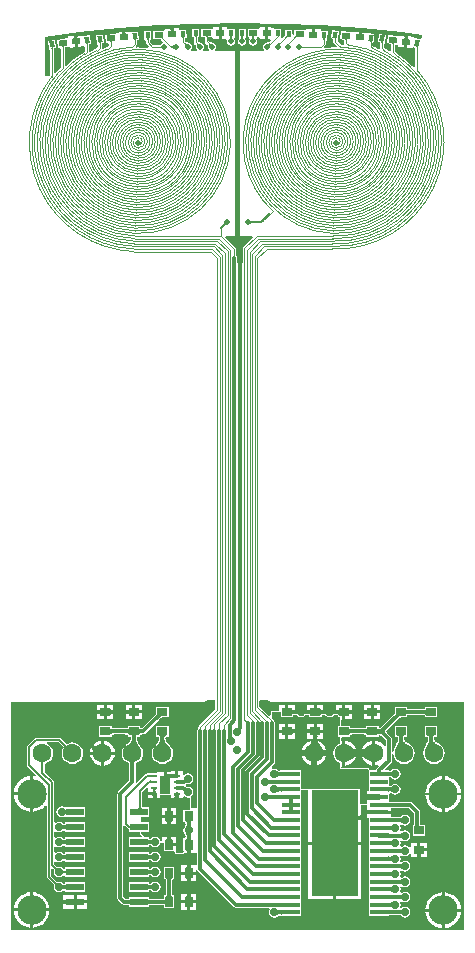
<source format=gtl>
%FSTAX23Y23*%
%MOMM*%
%SFA1B1*%

%IPPOS*%
%AMD25*
4,1,4,0.312420,0.292100,-0.378460,0.200660,-0.312420,-0.292100,0.378460,-0.200660,0.312420,0.292100,0.0*
%
%AMD26*
4,1,4,-0.165100,-0.271780,0.228600,-0.220980,0.165100,0.271780,-0.228600,0.220980,-0.165100,-0.271780,0.0*
%
%AMD27*
4,1,4,0.337820,0.264160,-0.358140,0.233680,-0.337820,-0.264160,0.358140,-0.233680,0.337820,0.264160,0.0*
%
%AMD28*
4,1,4,-0.187960,-0.256540,0.208280,-0.241300,0.187960,0.256540,-0.208280,0.241300,-0.187960,-0.256540,0.0*
%
%AMD31*
4,1,4,0.358140,0.233680,-0.337820,0.264160,-0.358140,-0.233680,0.337820,-0.264160,0.358140,0.233680,0.0*
%
%AMD32*
4,1,4,-0.208280,-0.241300,0.187960,-0.256540,0.208280,0.241300,-0.187960,0.256540,-0.208280,-0.241300,0.0*
%
%AMD33*
4,1,4,0.368300,0.218440,-0.325120,0.279400,-0.368300,-0.218440,0.325120,-0.279400,0.368300,0.218440,0.0*
%
%AMD34*
4,1,4,-0.218440,-0.231140,0.175260,-0.264160,0.218440,0.231140,-0.175260,0.264160,-0.218440,-0.231140,0.0*
%
%AMD35*
4,1,4,0.378460,0.200660,-0.312420,0.292100,-0.378460,-0.200660,0.312420,-0.292100,0.378460,0.200660,0.0*
%
%AMD36*
4,1,4,-0.228600,-0.220980,0.165100,-0.271780,0.228600,0.220980,-0.165100,0.271780,-0.228600,-0.220980,0.0*
%
%AMD37*
4,1,4,0.325120,0.279400,-0.368300,0.218440,-0.325120,-0.279400,0.368300,-0.218440,0.325120,0.279400,0.0*
%
%AMD38*
4,1,4,-0.175260,-0.264160,0.218440,-0.231140,0.175260,0.264160,-0.218440,0.231140,-0.175260,-0.264160,0.0*
%
%ADD10C,0.299999*%
%ADD12C,0.599999*%
%ADD15C,0.200000*%
%ADD18R,0.849998X0.699999*%
%ADD19R,1.499997X0.449999*%
%ADD20R,3.999992X8.999982*%
%ADD21R,0.499999X0.250000*%
%ADD22R,0.899998X1.599997*%
%ADD23R,0.699999X0.849998*%
%ADD24R,1.499997X0.599999*%
G04~CAMADD=25~9~0.0~0.0~275.6~196.9~0.0~0.0~0~0.0~0.0~0.0~0.0~0~0.0~0.0~0.0~0.0~0~0.0~0.0~0.0~7.5~298.0~229.0*
%ADD25D25*%
G04~CAMADD=26~9~0.0~0.0~157.5~196.9~0.0~0.0~0~0.0~0.0~0.0~0.0~0~0.0~0.0~0.0~0.0~0~0.0~0.0~0.0~187.5~180.0~213.0*
%ADD26D26*%
G04~CAMADD=27~9~0.0~0.0~275.6~196.9~0.0~0.0~0~0.0~0.0~0.0~0.0~0~0.0~0.0~0.0~0.0~0~0.0~0.0~0.0~2.5~282.0~207.0*
%ADD27D27*%
G04~CAMADD=28~9~0.0~0.0~157.5~196.9~0.0~0.0~0~0.0~0.0~0.0~0.0~0~0.0~0.0~0.0~0.0~0~0.0~0.0~0.0~182.5~164.0~201.0*
%ADD28D28*%
%ADD29R,0.699999X0.499999*%
%ADD30R,0.399999X0.499999*%
G04~CAMADD=31~9~0.0~0.0~275.6~196.9~0.0~0.0~0~0.0~0.0~0.0~0.0~0~0.0~0.0~0.0~0.0~0~0.0~0.0~0.0~357.5~282.0~207.0*
%ADD31D31*%
G04~CAMADD=32~9~0.0~0.0~157.5~196.9~0.0~0.0~0~0.0~0.0~0.0~0.0~0~0.0~0.0~0.0~0.0~0~0.0~0.0~0.0~177.5~164.0~201.0*
%ADD32D32*%
G04~CAMADD=33~9~0.0~0.0~275.6~196.9~0.0~0.0~0~0.0~0.0~0.0~0.0~0~0.0~0.0~0.0~0.0~0~0.0~0.0~0.0~355.0~290.0~219.0*
%ADD33D33*%
G04~CAMADD=34~9~0.0~0.0~157.5~196.9~0.0~0.0~0~0.0~0.0~0.0~0.0~0~0.0~0.0~0.0~0.0~0~0.0~0.0~0.0~175.0~172.0~207.0*
%ADD34D34*%
G04~CAMADD=35~9~0.0~0.0~275.6~196.9~0.0~0.0~0~0.0~0.0~0.0~0.0~0~0.0~0.0~0.0~0.0~0~0.0~0.0~0.0~352.5~298.0~229.0*
%ADD35D35*%
G04~CAMADD=36~9~0.0~0.0~157.5~196.9~0.0~0.0~0~0.0~0.0~0.0~0.0~0~0.0~0.0~0.0~0.0~0~0.0~0.0~0.0~172.5~180.0~213.0*
%ADD36D36*%
G04~CAMADD=37~9~0.0~0.0~275.6~196.9~0.0~0.0~0~0.0~0.0~0.0~0.0~0~0.0~0.0~0.0~0.0~0~0.0~0.0~0.0~5.0~290.0~219.0*
%ADD37D37*%
G04~CAMADD=38~9~0.0~0.0~157.5~196.9~0.0~0.0~0~0.0~0.0~0.0~0.0~0~0.0~0.0~0.0~0.0~0~0.0~0.0~0.0~185.0~172.0~207.0*
%ADD38D38*%
%ADD62C,0.599999*%
%ADD64C,0.100000*%
%ADD65C,0.101600*%
%ADD66C,0.150000*%
%ADD67C,0.499999*%
%ADD68C,0.399999*%
%ADD69C,1.599997*%
%ADD70C,2.499995*%
%ADD71C,0.699999*%
%ADD72C,0.499999*%
%LNpcb1-1*%
%LPD*%
G36*
X21702Y64106D02*
X21694Y64112D01*
X21686Y64115*
X21675*
X21663Y64112*
X2165Y64106*
X21635Y64097*
X21619Y64086*
X21601Y64071*
X21561Y64034*
X21486Y64103*
X21507Y64125*
X2154Y64163*
X21552Y6418*
X21562Y64196*
X21568Y6421*
X21571Y64222*
X21572Y64233*
X2157Y64242*
X21564Y6425*
X21702Y64106*
G37*
G36*
X22432Y64074D02*
X22426Y64082D01*
X22419Y64086*
X22409Y64087*
X22398Y64085*
X22385Y64079*
X2237Y6407*
X22353Y64058*
X22334Y64043*
X22291Y64002*
X22257Y64112*
X22276Y64132*
X22307Y64168*
X22319Y64184*
X22328Y642*
X22334Y64214*
X22338Y64227*
X2234Y64239*
X22339Y64249*
X22335Y64259*
X22432Y64074*
G37*
G36*
X14899Y64161D02*
X14891Y64158D01*
X14883Y64153*
X14876Y64146*
X14871Y64137*
X14866Y64126*
X14863Y64113*
X1486Y64097*
X14859Y6408*
X14858Y64061*
X14756*
X14756Y6408*
X14754Y64097*
X14752Y64113*
X14748Y64126*
X14744Y64137*
X14738Y64146*
X14732Y64153*
X14724Y64158*
X14715Y64161*
X14706Y64162*
X14909*
X14899Y64161*
G37*
G36*
X13979Y64164D02*
X13971Y64161D01*
X13963Y64156*
X13956Y64149*
X13951Y64139*
X13946Y64128*
X13943Y64114*
X1394Y64098*
X13939Y64081*
X13938Y64061*
X13836*
X13836Y64081*
X13834Y64098*
X13832Y64114*
X13828Y64128*
X13824Y64139*
X13818Y64149*
X13812Y64156*
X13804Y64161*
X13795Y64164*
X13786Y64165*
X13989*
X13979Y64164*
G37*
G36*
X12914Y64107D02*
X12905Y64103D01*
X12897Y64097*
X12891Y6409*
X12885Y6408*
X12881Y64068*
X12877Y64055*
X12875Y64039*
X12873Y64021*
X12873Y64001*
X12771Y63997*
X12771Y64017*
X12769Y64034*
X12766Y6405*
X12763Y64063*
X12758Y64075*
X12753Y64084*
X12746Y64091*
X12738Y64096*
X1273Y64098*
X1272Y64099*
X12923Y64108*
X12914Y64107*
G37*
G36*
X25806Y64032D02*
X25796Y64032D01*
X25787Y6403*
X2578Y64025*
X25773Y64018*
X25768Y64009*
X25763Y63998*
X25759Y63985*
X25757Y6397*
X25755Y63952*
X25755Y63932*
X25653Y63941*
X25653Y63961*
X25651Y63979*
X25649Y63995*
X25645Y64009*
X25641Y64021*
X25635Y6403*
X25628Y64038*
X25621Y64044*
X25612Y64048*
X25603Y6405*
X25806Y64032*
G37*
G36*
X211Y65223D02*
X24524Y65074D01*
X27942Y64825*
X31352Y64476*
X3304Y64254*
Y63982*
X32913Y63895*
X32369Y63967*
X32371Y64089*
X32375Y64119*
X31902Y64182*
X31836Y63682*
X3177Y63182*
X32243Y6312*
X32245Y6313*
X32356Y63198*
X32457Y63146*
Y61556*
X32339Y6151*
X3221Y61652*
X31551Y62249*
X30876Y6275*
X30874Y62753*
X30726Y62902*
Y63377*
X30821Y63461*
X3094Y63445*
X30962Y63442*
X31058Y63373*
X31046Y63278*
X31519Y63215*
X31584Y63715*
X31616Y63957*
X31569Y63963*
X31577Y63963*
X31584Y63966*
X3159Y63972*
X31596Y63981*
X316Y63992*
X31604Y64006*
X31607Y64022*
X31609Y64041*
X3161Y64088*
X31633*
X3165Y64215*
X31177Y64277*
X31165Y64181*
X31031Y64143*
X30158Y64258*
X30066Y6356*
X30395Y63517*
Y62935*
X30268Y62863*
X29985Y63033*
X29813Y63204*
Y63504*
X29902Y63582*
X29993Y6428*
X29395Y64358*
X29303Y6366*
X29483Y63637*
Y63169*
X29407Y63102*
X29367Y63084*
X29103Y63208*
X28956Y63261*
X28858Y63359*
Y63563*
X28952Y63649*
X28963Y63648*
X29024Y64349*
X28535Y64392*
X28419Y64523*
X28422Y64554*
X27946Y64596*
X27903Y64094*
X2765Y64116*
X27693Y64618*
X27218Y64659*
X2721Y64563*
X27101Y64517*
X27079Y64519*
X26201Y64596*
X2614Y63895*
X26455Y63867*
Y63619*
X26497Y63517*
X26472Y63453*
X26433Y63393*
X26211Y63404*
X25903Y63712*
X25905Y63808*
X25974Y63909*
X26035Y6461*
X25434Y64663*
X25372Y63962*
X25539Y63947*
Y63677*
X25587Y6356*
X25825Y63322*
X25764Y63204*
X24898Y63156*
X2479Y63137*
X24729Y63256*
X24877Y63403*
X24925Y6352*
Y63765*
X25017Y63853*
X25046Y63852*
X25077Y64555*
X24586Y64577*
X24465Y64703*
X24466Y64734*
X2399Y64755*
X23979Y64524*
X2399Y64513*
X24005Y64502*
X24022Y64495*
X24041Y64492*
X23978Y64495*
X23968Y64251*
X23714Y64262*
X23724Y64506*
X23641Y6451*
X2366Y64511*
X23677Y64516*
X23692Y64526*
X23705Y6454*
X23716Y64557*
X23725Y64579*
X23728Y64592*
X23736Y64766*
X23259Y64787*
X23255Y6469*
X23149Y6464*
X23126Y64641*
X22246Y64679*
X22229Y64308*
X22189Y64279*
X22065Y64347*
X2208Y64686*
X21476Y64713*
X21457Y64273*
X21456Y64271*
X21457Y64266*
X21456Y64258*
X21454Y64252*
X21456Y64247*
X21455Y64235*
X21455Y64234*
X21235Y64014*
X21126Y64085*
Y64761*
X20522*
X20508Y64882*
Y64913*
X20031*
Y64701*
X2004Y64686*
X20053Y64671*
X20068Y64661*
X20085Y64655*
X20104Y64653*
X20031*
Y64409*
Y63905*
X20198*
X20247Y63788*
X20107Y63648*
X20106Y63647*
X20094Y63643*
X2008Y63638*
X20062Y63634*
X20043Y63631*
X19991Y63627*
X19961Y63627*
X19955Y63624*
X19822Y63598*
X19705Y6352*
X19628Y63404*
X196Y63266*
X19628Y63129*
X19705Y63012*
X19706Y63012*
X19667Y62885*
X15552*
X15514Y63012*
X15514Y63012*
X15592Y63129*
X15619Y63266*
X15592Y63404*
X15514Y6352*
X15398Y63598*
X15268Y63624*
X15261Y63627*
X152Y63629*
X15178Y63631*
X15157Y63634*
X1514Y63638*
X15125Y63643*
X15114Y63647*
X15112Y63648*
X14973Y63788*
Y64057*
X15236*
X15259*
X15363Y64002*
Y63905*
X1584*
Y64409*
Y64653*
X15767*
X15786Y64655*
X15803Y64661*
X15818Y64671*
X15831Y64686*
X1584Y64701*
Y64913*
X15363*
Y64817*
X15259Y64761*
X15236*
X14355*
Y64057*
X14642*
Y63719*
X1469Y63602*
X14878Y63414*
X14879Y63413*
X14884Y63401*
X14888Y63387*
X14892Y63369*
X14895Y6335*
X149Y63298*
X149Y63268*
X14902Y63262*
X14929Y63129*
X15006Y63012*
X15007Y63012*
X14968Y62885*
X14536*
X14498Y63012*
X14498Y63012*
X14576Y63129*
X14603Y63266*
X14576Y63404*
X14498Y6352*
X14382Y63598*
X14252Y63624*
X14245Y63627*
X14184Y63629*
X14162Y63631*
X14141Y63634*
X14124Y63638*
X14109Y63643*
X14098Y63647*
X14096Y63648*
X14053Y63692*
Y64057*
X14189*
Y64761*
X13585*
Y64057*
X13722*
Y63623*
X1377Y63506*
X13862Y63414*
X13863Y63413*
X13868Y63401*
X13872Y63387*
X13876Y63369*
X13879Y6335*
X13884Y63298*
X13884Y63268*
X13886Y63262*
X13913Y63129*
X1399Y63012*
X13991Y63012*
X13952Y62885*
X1352*
X13482Y63012*
X13482Y63012*
X1356Y63129*
X13587Y63266*
X1356Y63404*
X13482Y6352*
X13366Y63598*
X13236Y63624*
X13229Y63627*
X13168Y63629*
X13146Y63631*
X13125Y63634*
X13108Y63638*
X13093Y63643*
X13082Y63647*
X1308Y63648*
X12987Y63741*
Y64003*
X13139Y64009*
X13108Y64713*
X12505Y64686*
X12485Y64807*
X12484Y64837*
X12008Y64817*
X12015Y64643*
X12019Y6463*
X12028Y64608*
X12039Y6459*
X12052Y64576*
X12067Y64567*
X12084Y64562*
X12103Y6456*
X12019Y64557*
X1203Y64313*
X11776Y64302*
X11765Y64546*
X11703Y64543*
X11722Y64546*
X11739Y64553*
X11754Y64563*
X11764Y64575*
X11754Y64806*
X11277Y64785*
X11282Y64688*
X11157Y64627*
X10277Y64589*
X10308Y63886*
X10915Y63912*
X10936Y63862*
X11094Y63703*
X11059Y63568*
X11054Y63564*
X10942Y63489*
X10904Y63432*
X10249*
X0999Y6369*
Y63872*
X10142Y63878*
X10111Y64582*
X09508Y64555*
X09538Y63852*
X09568Y63853*
X09659Y63765*
Y63622*
X09708Y63505*
X09929Y63283*
X09874Y63159*
X09507Y6318*
X09466Y63183*
X09353Y632*
X09346Y63197*
X09232Y63195*
X09037Y63206*
X08861Y63196*
X08809Y63312*
X0887Y63374*
X08919Y63491*
Y6382*
X09085Y63835*
X09024Y64536*
X08422Y64483*
X08398Y64603*
X08395Y64634*
X0792Y64592*
X07925Y64534*
X07937Y64535*
X07938Y64497*
X07941Y64463*
X07946Y64433*
X07953Y64407*
X07962Y64385*
X07973Y64368*
X07986Y64355*
X08001Y64346*
X08018Y64342*
X08037Y64341*
X07942Y64333*
X07964Y6409*
X07711Y64068*
X07689Y64311*
X07637Y64306*
X07656Y6431*
X07673Y64317*
X07688Y64329*
X07667Y6457*
X07191Y64528*
X072Y64432*
X07078Y64366*
X062Y64289*
X06262Y63588*
X06422Y63602*
X06516Y63516*
Y63352*
X0637Y63206*
X06021Y63081*
X05925Y63182*
X0593Y63194*
Y63559*
X06096Y63573*
X06035Y64274*
X05433Y64222*
X05495Y63521*
X05506Y63522*
X056Y63436*
Y63263*
X05396Y63059*
X05395Y63056*
X04975Y62857*
X04862Y62916*
X04848Y62936*
Y6351*
X05028Y63533*
X04936Y64231*
X04449Y64167*
X04307Y64271*
X04303Y64301*
X0383Y64239*
X03849Y64095*
X0387*
X03871Y64074*
X03874Y64023*
X03876Y64011*
X03879Y64001*
X03882Y63994*
X03885Y63989*
X03889Y63986*
X03894Y63985*
X03864Y63981*
X03896Y6374*
X03962Y6324*
X0439Y63296*
X04517Y63214*
Y62902*
X04401Y62787*
X04396Y62773*
X04067Y62576*
X03362Y62053*
X02902Y61636*
X02786Y61688*
Y63238*
X03091Y63279*
X03225Y6324*
X03237Y63144*
X0371Y63207*
X03644Y63706*
X03579Y64206*
X03106Y64144*
X03118Y64048*
X03022Y6398*
X03Y63977*
X02126Y63862*
X02218Y63164*
X02359Y63182*
X02455Y63098*
Y61506*
X02247Y61299*
X02232Y61263*
X02Y61007*
X01873Y61056*
Y63118*
X02053Y63142*
X01962Y6384*
X01363Y63761*
X01455Y63063*
X01543Y62986*
Y60806*
X01163*
Y64104*
X03995Y64476*
X07404Y64825*
X10822Y65074*
X14246Y65223*
X17673Y65273*
X211Y65223*
G37*
G36*
X24862Y63968D02*
X24852Y63968D01*
X24843Y63965*
X24836Y6396*
X24829Y63953*
X24823Y63944*
X24819Y63932*
X24815Y63919*
X24813Y63903*
X24811Y63886*
X24811Y63866*
X24709Y6387*
X24709Y6389*
X24707Y63908*
X24704Y63924*
X24701Y63938*
X24696Y63949*
X24691Y63959*
X24684Y63967*
X24677Y63972*
X24668Y63976*
X24658Y63977*
X24862Y63968*
G37*
G36*
X09917Y63976D02*
X09908Y63972D01*
X099Y63967*
X09894Y63959*
X09888Y63949*
X09884Y63938*
X0988Y63924*
X09878Y63908*
X09876Y6389*
X09875Y6387*
X09774Y63866*
X09773Y63886*
X09772Y63903*
X09769Y63919*
X09766Y63932*
X09761Y63944*
X09756Y63953*
X09749Y6396*
X09741Y63965*
X09733Y63968*
X09723Y63968*
X09926Y63977*
X09917Y63976*
G37*
G36*
X26722Y63946D02*
X26712Y63946D01*
X26704Y63944*
X26696Y63939*
X26689Y63933*
X26684Y63925*
X26679Y63914*
X26676Y63902*
X26673Y63887*
X26672Y63871*
X26671Y63852*
X2657Y63861*
X26569Y6388*
X26568Y63896*
X26565Y63911*
X26561Y63925*
X26557Y63936*
X26551Y63945*
X26545Y63953*
X26537Y63958*
X26528Y63962*
X26519Y63964*
X26722Y63946*
G37*
G36*
X08845Y63921D02*
X08837Y63917D01*
X08829Y63911*
X08823Y63903*
X08817Y63894*
X08812Y63882*
X08809Y63868*
X08806Y63852*
X08805Y63834*
X08804Y63814*
X08703Y63805*
X08702Y63825*
X08701Y63843*
X08698Y63858*
X08695Y63871*
X0869Y63882*
X08684Y63891*
X08678Y63898*
X0867Y63903*
X08661Y63905*
X08652Y63905*
X08855Y63923*
X08845Y63921*
G37*
G36*
X2975Y63711D02*
X2974Y63711D01*
X29732Y63709*
X29724Y63705*
X29717Y63698*
X29712Y63689*
X29707Y63679*
X29703Y63665*
X29701Y6365*
X29699Y63632*
X29699Y63613*
X29597Y63626*
X29597Y63646*
X29595Y63664*
X29593Y6368*
X29589Y63694*
X29585Y63706*
X29579Y63716*
X29573Y63725*
X29565Y63731*
X29556Y63735*
X29547Y63737*
X2975Y63711*
G37*
G36*
X28794Y63771D02*
X28785Y63771D01*
X28776Y63768*
X28768Y63764*
X28762Y63757*
X28756Y63748*
X28752Y63737*
X28748Y63724*
X28745Y63708*
X28744Y6369*
X28743Y63671*
X28642Y63679*
X28641Y63699*
X2864Y63717*
X28637Y63733*
X28634Y63747*
X28629Y63759*
X28624Y63769*
X28617Y63777*
X28609Y63783*
X28601Y63787*
X28591Y63789*
X28794Y63771*
G37*
G36*
X06774Y63734D02*
X06765Y6373D01*
X06757Y63725*
X06751Y63717*
X06745Y63708*
X0674Y63696*
X06737Y63683*
X06734Y63668*
X06733Y63651*
X06732Y63633*
X06631Y63624*
X0663Y63642*
X06629Y63659*
X06626Y63674*
X06623Y63686*
X06618Y63697*
X06612Y63705*
X06606Y63711*
X06598Y63716*
X0659Y63718*
X0658Y63718*
X06783Y63736*
X06774Y63734*
G37*
G36*
X30662Y63591D02*
X30652Y63591D01*
X30644Y63589*
X30636Y63585*
X30629Y63578*
X30624Y63569*
X30619Y63559*
X30616Y63545*
X30613Y6353*
X30612Y63512*
X30611Y63493*
X30509Y63506*
X30509Y63526*
X30507Y63544*
X30505Y6356*
X30501Y63574*
X30497Y63586*
X30491Y63596*
X30485Y63604*
X30477Y63611*
X30469Y63615*
X30459Y63617*
X30662Y63591*
G37*
G36*
X05857Y6366D02*
X05848Y63656D01*
X05841Y6365*
X05834Y63642*
X05828Y63632*
X05824Y6362*
X0582Y63606*
X05818Y6359*
X05816Y63572*
X05816Y63552*
X05714Y63544*
X05714Y63563*
X05712Y63581*
X0571Y63597*
X05706Y6361*
X05701Y63621*
X05696Y6363*
X05689Y63637*
X05681Y63641*
X05673Y63644*
X05663Y63644*
X05866Y63662*
X05857Y6366*
G37*
G36*
X04774Y63608D02*
X04765Y63604D01*
X04758Y63598*
X04751Y63589*
X04746Y63579*
X04741Y63567*
X04738Y63553*
X04735Y63537*
X04734Y63519*
X04733Y63499*
X04632Y63486*
X04631Y63506*
X0463Y63523*
X04627Y63538*
X04623Y63552*
X04619Y63562*
X04613Y63571*
X04607Y63578*
X04599Y63582*
X0459Y63584*
X0458Y63584*
X04784Y6361*
X04774Y63608*
G37*
G36*
X21101Y63575D02*
X21087Y63559D01*
X21076Y63541*
X21068Y63523*
X21061Y63503*
X21058Y63482*
X21057Y6346*
X21059Y63437*
X21064Y63412*
X21071Y63386*
X21081Y63358*
X20761Y635*
X20798Y63515*
X20961Y63589*
X20977Y63599*
X20991Y63609*
X21001Y63618*
X21101Y63575*
G37*
G36*
X32724Y63319D02*
X32715Y63319D01*
X32706Y63317*
X32698Y63313*
X32692Y63307*
X32686Y63298*
X32681Y63287*
X32678Y63274*
X32675Y63259*
X32674Y63241*
X32673Y63221*
X32572Y63234*
X32571Y63254*
X3257Y63272*
X32567Y63288*
X32564Y63303*
X32559Y63315*
X32553Y63325*
X32547Y63333*
X32539Y63339*
X32531Y63343*
X32521Y63346*
X32724Y63319*
G37*
G36*
X20274Y63509D02*
X20262Y63495D01*
X2025Y63478*
X2024Y6346*
X20232Y63439*
X20225Y63416*
X20219Y63391*
X20214Y63363*
X20211Y63334*
X20209Y63269*
X19962Y63516*
X19995Y63517*
X20056Y63521*
X20084Y63526*
X20109Y63532*
X20132Y63539*
X20153Y63547*
X20171Y63557*
X20188Y63569*
X20202Y63581*
X20274Y63509*
G37*
G36*
X15031Y63569D02*
X15048Y63557D01*
X15067Y63547*
X15088Y63539*
X15111Y63532*
X15136Y63526*
X15163Y63521*
X15192Y63518*
X15258Y63516*
X1501Y63269*
X1501Y63302*
X15005Y63363*
X15001Y63391*
X14995Y63416*
X14988Y63439*
X14979Y6346*
X14969Y63478*
X14958Y63495*
X14945Y63509*
X15017Y63581*
X15031Y63569*
G37*
G36*
X14015D02*
X14032Y63557D01*
X14051Y63547*
X14072Y63539*
X14095Y63532*
X1412Y63526*
X14147Y63521*
X14176Y63518*
X14242Y63516*
X13994Y63269*
X13994Y63302*
X13989Y63363*
X13985Y63391*
X13979Y63416*
X13972Y63439*
X13963Y6346*
X13953Y63478*
X13942Y63495*
X13929Y63509*
X14001Y63581*
X14015Y63569*
G37*
G36*
X12999D02*
X13016Y63557D01*
X13035Y63547*
X13056Y63539*
X13079Y63532*
X13104Y63526*
X13131Y63521*
X1316Y63518*
X13226Y63516*
X12978Y63269*
X12978Y63302*
X12973Y63363*
X12969Y63391*
X12963Y63416*
X12956Y63439*
X12947Y6346*
X12937Y63478*
X12926Y63495*
X12913Y63509*
X12985Y63581*
X12999Y63569*
G37*
G36*
X02712Y63337D02*
X02703Y63332D01*
X02696Y63326*
X02689Y63318*
X02684Y63308*
X02679Y63296*
X02676Y63282*
X02673Y63266*
X02672Y63248*
X02671Y63228*
X02569Y63214*
X02569Y63234*
X02567Y63252*
X02565Y63267*
X02561Y6328*
X02557Y63291*
X02551Y633*
X02544Y63306*
X02537Y6331*
X02528Y63312*
X02518Y63312*
X02721Y63339*
X02712Y63337*
G37*
G36*
X018Y63216D02*
X01791Y63212D01*
X01784Y63206*
X01777Y63198*
X01771Y63188*
X01767Y63176*
X01763Y63161*
X01761Y63145*
X01759Y63127*
X01759Y63107*
X01657Y63094*
X01657Y63114*
X01655Y63132*
X01653Y63147*
X01649Y6316*
X01644Y63171*
X01639Y6318*
X01632Y63186*
X01625Y6319*
X01616Y63192*
X01606Y63192*
X01809Y63219*
X018Y63216*
G37*
G36*
X12034Y63091D02*
X1201Y63115D01*
X11963Y63155*
X11941Y63171*
X11919Y63184*
X11897Y63196*
X11877Y63204*
X11856Y6321*
X11837Y63214*
X11817Y63215*
Y63317*
X11837Y63318*
X11856Y63322*
X11877Y63328*
X11897Y63337*
X11919Y63348*
X11941Y63362*
X11963Y63378*
X11986Y63397*
X12034Y63441*
Y63091*
G37*
G36*
X1969Y48574D02*
X19663Y48547D01*
X19564Y48434*
X19557Y48423*
X19553Y48414*
X19551Y48407*
X19451Y48507*
X19458Y48509*
X19467Y48513*
X19478Y4852*
X19491Y48529*
X19525Y48557*
X19591Y48619*
X19618Y48645*
X1969Y48574*
G37*
G36*
X18502Y48568D02*
X18518Y48555D01*
X18536Y48544*
X18554Y48534*
X18574Y48526*
X18594Y48519*
X18616Y48514*
X18639Y4851*
X18662Y48508*
X18687Y48507*
Y48307*
X18662Y48307*
X18639Y48304*
X18616Y48301*
X18594Y48295*
X18574Y48289*
X18554Y4828*
X18536Y48271*
X18518Y48259*
X18502Y48247*
X18487Y48232*
Y48582*
X18502Y48568*
G37*
G36*
X16528Y48157D02*
X16507Y48157D01*
X16486Y48154*
X16466Y4815*
X16446Y48144*
X16427Y48136*
X16407Y48126*
X16388Y48114*
X16369Y48101*
X16351Y48086*
X16333Y48068*
X16191Y4821*
X16209Y48228*
X16224Y48246*
X16237Y48265*
X16249Y48284*
X16259Y48304*
X16267Y48323*
X16273Y48343*
X16277Y48363*
X1628Y48384*
X1628Y48405*
X16528Y48157*
G37*
G36*
X16125Y47858D02*
X16121Y47849D01*
X16118Y47836*
X16116Y4782*
X16112Y47777*
X16109Y47686*
X16108Y47648*
X16007*
X16007Y47686*
X15997Y47836*
X15994Y47849*
X15991Y47858*
X15987Y47864*
X16128*
X16125Y47858*
G37*
G36*
X17217Y45747D02*
X1723Y45577D01*
X17236Y45545*
X17243Y45519*
X17251Y45496*
X17261Y45479*
X17271Y45465*
X17059*
X1707Y45479*
X17079Y45496*
X17087Y45519*
X17095Y45545*
X17101Y45577*
X17106Y45612*
X17112Y45697*
X17114Y458*
X17216*
X17217Y45747*
G37*
G36*
X18719Y47147D02*
X17903Y46331D01*
X17855Y46214*
Y44978*
X17422*
Y45359*
X17403Y45458*
X17363Y45517*
X17358Y45534*
X17354Y45539*
X17352Y45542*
X17348Y45552*
X17344Y4557*
X17339Y45592*
X17331Y45705*
Y46137*
X17282Y46254*
X16389Y47147*
X16438Y47264*
X1867*
X18719Y47147*
G37*
G36*
X33383Y06641D02*
X3338Y0667D01*
X33371Y06695*
X33356Y06718*
X33335Y06737*
X33308Y06754*
X33274Y06767*
X33235Y06778*
X33189Y06785*
X33138Y0679*
X3308Y06791*
Y07091*
X33138Y07093*
X33189Y07097*
X33235Y07105*
X33274Y07115*
X33308Y07129*
X33335Y07145*
X33356Y07165*
X33371Y07187*
X3338Y07213*
X33383Y07241*
Y06641*
G37*
G36*
X31684Y07213D02*
X31693Y07187D01*
X31708Y07165*
X3173Y07145*
X31757Y07129*
X3179Y07115*
X3183Y07105*
X31875Y07097*
X31927Y07093*
X31984Y07091*
Y06791*
X31927Y0679*
X31875Y06785*
X3183Y06778*
X3179Y06767*
X31757Y06754*
X3173Y06737*
X31708Y06718*
X31693Y06695*
X31684Y0667*
X31681Y06641*
Y07241*
X31684Y07213*
G37*
G36*
X3134Y06597D02*
X31312Y0661D01*
X31279Y06612*
X3124Y06605*
X31196Y06587*
X31145Y0656*
X3109Y06523*
X31028Y06476*
X30888Y06353*
X30809Y06276*
X30628Y06519*
X30691Y06584*
X3079Y067*
X30825Y0675*
X30851Y06795*
X30868Y06834*
X30876Y06869*
X30874Y06899*
X30863Y06924*
X30843Y06944*
X3134Y06597*
G37*
G36*
X11147D02*
X11119Y0661D01*
X11086Y06612*
X11047Y06605*
X11003Y06587*
X10952Y0656*
X10897Y06523*
X10835Y06476*
X10695Y06353*
X10616Y06276*
X10435Y06519*
X10498Y06584*
X10597Y067*
X10632Y0675*
X10658Y06795*
X10675Y06834*
X10683Y06869*
X10681Y06899*
X1067Y06924*
X1065Y06944*
X11147Y06597*
G37*
G36*
X19192Y06145D02*
X19196Y06141D01*
X19201Y06137*
X19216Y06123*
X19247Y0609*
X19024*
X19036Y06102*
X19079Y06145*
X19082Y06146*
X19084Y06146*
X19085Y06144*
X19186*
X19187Y06146*
X19189Y06146*
X19192Y06145*
G37*
G36*
X18785Y06164D02*
X18787Y06161D01*
X18849Y06085*
X18618*
X18683Y06165*
X18785*
X18785Y06164*
G37*
G36*
X20392Y06165D02*
X20394Y06162D01*
X20407Y06144*
X20456Y06085*
X20225*
X20289Y06166*
X20391*
X20392Y06165*
G37*
G36*
X18094Y063D02*
X18195Y06211D01*
X18224Y06189*
X18251Y06171*
X18275Y06157*
X18297Y06147*
X18317Y06141*
X18334Y06139*
X18182Y05988*
X1818Y06005*
X18174Y06025*
X18164Y06046*
X1815Y06071*
X18132Y06097*
X18111Y06126*
X18055Y06191*
X17984Y06265*
X18056Y06337*
X18094Y063*
G37*
G36*
X30037Y05503D02*
X29998Y05461D01*
X29969Y05419*
X29947Y05376*
X29935Y05334*
X2993Y05291*
X29935Y05249*
X29947Y05207*
X29969Y05164*
X29998Y05122*
X30037Y05079*
X29762Y04929*
X29719Y04969*
X29674Y05005*
X29627Y05037*
X29578Y05065*
X29528Y05088*
X29476Y05107*
X29422Y05122*
X29407Y05125*
X29377Y05117*
X29344Y05104*
X29317Y05087*
X29295Y05068*
X2928Y05045*
X29271Y0502*
X29268Y04991*
Y05141*
X2925Y05141*
Y05441*
X29268Y05442*
Y05591*
X29271Y05563*
X2928Y05537*
X29295Y05515*
X29317Y05495*
X29344Y05479*
X29377Y05465*
X29407Y05457*
X29422Y0546*
X29476Y05475*
X29528Y05494*
X29578Y05518*
X29627Y05545*
X29674Y05577*
X29719Y05613*
X29762Y05653*
X30037Y05503*
G37*
G36*
X2843Y04991D02*
X28427Y0502D01*
X28418Y05045*
X28403Y05068*
X28382Y05087*
X28355Y05104*
X28321Y05117*
X28282Y05128*
X28236Y05135*
X28185Y0514*
X28127Y05141*
Y05441*
X28185Y05443*
X28236Y05447*
X28282Y05455*
X28321Y05465*
X28355Y05479*
X28382Y05495*
X28403Y05515*
X28418Y05537*
X28427Y05563*
X2843Y05591*
Y04991*
G37*
G36*
X26858Y05563D02*
X26867Y05537D01*
X26882Y05515*
X26904Y05495*
X26931Y05479*
X26964Y05465*
X27004Y05455*
X27049Y05447*
X27101Y05443*
X27158Y05441*
Y05141*
X27101Y0514*
X27049Y05135*
X27004Y05128*
X26964Y05117*
X26931Y05104*
X26904Y05087*
X26882Y05068*
X26867Y05045*
X26858Y0502*
X26855Y04991*
Y05591*
X26858Y05563*
G37*
G36*
X09078D02*
X09087Y05537D01*
X09102Y05515*
X09124Y05495*
X09151Y05479*
X09184Y05465*
X09224Y05455*
X09269Y05447*
X09321Y05443*
X09378Y05441*
Y05141*
X09321Y0514*
X09269Y05135*
X09224Y05128*
X09184Y05117*
X09151Y05104*
X09124Y05087*
X09102Y05068*
X09087Y05045*
X09078Y0502*
X09075Y04991*
Y05591*
X09078Y05563*
G37*
G36*
X08237Y04991D02*
X08234Y0502D01*
X08225Y05045*
X0821Y05068*
X08189Y05087*
X08162Y05104*
X08128Y05117*
X08089Y05128*
X08043Y05135*
X07992Y0514*
X07934Y05141*
Y05441*
X07992Y05443*
X08043Y05447*
X08089Y05455*
X08128Y05465*
X08162Y05479*
X08189Y05495*
X0821Y05515*
X08225Y05537*
X08234Y05563*
X08237Y05591*
Y04991*
G37*
G36*
X06665Y05563D02*
X06674Y05537D01*
X06689Y05515*
X06711Y05495*
X06738Y05479*
X06771Y05465*
X06811Y05455*
X06856Y05447*
X06908Y05443*
X06965Y05441*
Y05141*
X06908Y0514*
X06856Y05135*
X06811Y05128*
X06771Y05117*
X06738Y05104*
X06711Y05087*
X06689Y05068*
X06674Y05045*
X06665Y0502*
X06662Y04991*
Y05591*
X06665Y05563*
G37*
G36*
X28124Y05031D02*
X28179Y05029D01*
X28223Y05026*
X28259Y0502*
X28286Y05012*
X28305Y05005*
X28315Y04999*
X28319Y04995*
X28319Y04995*
X28321Y0498*
X28322Y04976*
Y04839*
X29376*
Y04889*
X29392Y04915*
X2945Y04959*
X29499Y04977*
X29505Y04977*
X29528Y04967*
X29569Y04943*
X29608Y04917*
X29647Y04886*
X29687Y04848*
X29695Y04845*
X29989Y04551*
Y04083*
X29862Y0404*
X29739Y04201*
X29518Y0437*
X29262Y04476*
X29114Y04496*
Y03449*
Y02403*
X29262Y02422*
X29346Y02457*
X29418Y0235*
X29243Y02174*
X29187Y02091*
X2917Y02006*
X28663*
X2866Y02019*
X28563Y02146*
X28556Y0215*
X28553Y02157*
X28521Y0217*
X2849Y02188*
X28482Y02186*
X28475Y02189*
X26232*
X26231Y02318*
X2632Y02397*
Y03449*
Y04496*
X26303Y04493*
X26207Y04577*
X26205Y04749*
X26295Y04839*
X26963*
Y04976*
X26965Y0498*
X26967Y04995*
X26967*
X26967Y04995*
X2697Y04999*
X26981Y05005*
X26999Y05012*
X27027Y0502*
X27063Y05026*
X27107Y05029*
X27161Y05031*
X27169Y05034*
X28117*
X28124Y05031*
G37*
G36*
X08928Y04941D02*
X08902Y04932D01*
X0888Y04917*
X0886Y04896*
X08844Y04869*
X0883Y04836*
X0882Y04797*
X08812Y04752*
X08808Y04701*
X08807Y04673*
X0881Y04629*
X08821Y0457*
X0884Y04506*
X08866Y04438*
X08899Y04365*
X0894Y04288*
X09044Y04119*
X09107Y04028*
X09177Y03933*
X08069Y04096*
X08152Y0416*
X08226Y04223*
X08292Y04287*
X08349Y0435*
X08397Y04413*
X08436Y04477*
X08467Y0454*
X08489Y04603*
X08502Y04666*
X08505Y04704*
X085Y04752*
X08493Y04797*
X08482Y04836*
X08469Y04869*
X08452Y04896*
X08433Y04917*
X0841Y04932*
X08385Y04941*
X08356Y04944*
X08956*
X08928Y04941*
G37*
G36*
X31534Y04944D02*
X31508Y04935D01*
X31486Y0492*
X31466Y04899*
X3145Y04872*
X31436Y04838*
X31426Y04799*
X31418Y04753*
X31414Y04702*
Y047*
X31417Y04655*
X3143Y04592*
X31453Y04531*
X31485Y04473*
X31526Y04417*
X31576Y04363*
X31635Y04312*
X31703Y04264*
X3178Y04217*
X31866Y04174*
X30809Y03803*
X30867Y03922*
X31064Y0439*
X31085Y04458*
X311Y04518*
X31109Y0457*
X31112Y04613*
X31198Y04644*
X31112*
X31111Y04702*
X31106Y04753*
X31099Y04799*
X31088Y04838*
X31075Y04872*
X31058Y04899*
X31039Y0492*
X31016Y04935*
X30991Y04944*
X30962Y04947*
X31562*
X31534Y04944*
G37*
G36*
X2083Y01906D02*
X20851Y0189D01*
X20874Y01876*
X20899Y01863*
X20926Y01853*
X20954Y01844*
X20985Y01838*
X21001Y01835*
X21069Y01841*
X21102Y01847*
X21129Y01855*
X2115Y01865*
X21165Y01875*
X21174Y01888*
X21177Y01901*
Y01457*
X21174Y01471*
X21165Y01483*
X2115Y01494*
X21129Y01503*
X21102Y01511*
X21069Y01518*
X2103Y01523*
X21008Y01524*
X20985Y01521*
X20954Y01514*
X20926Y01506*
X20899Y01495*
X20874Y01483*
X20851Y01468*
X2083Y01452*
X2081Y01434*
Y01924*
X2083Y01906*
G37*
G36*
X1207Y01382D02*
X12013Y01381D01*
X11962Y01376*
X11916Y01369*
X11877Y01358*
X11844Y01345*
X11816Y01328*
X11795Y01309*
X1178Y01286*
X1177Y01261*
X11767Y01232*
X1177Y01579*
X1207Y01682*
Y01382*
G37*
G36*
X10126Y0091D02*
X10124Y00914D01*
X10118Y00918*
X10108Y00921*
X10094Y00924*
X10076Y00927*
X10028Y0093*
X09926Y00932*
Y01132*
X09964Y01132*
X10094Y0114*
X10108Y01143*
X10118Y01146*
X10124Y0115*
X10126Y01154*
Y0091*
G37*
G36*
X30538Y00134D02*
X30519Y00152D01*
X30497Y00168*
X30474Y00183*
X30449Y00195*
X30423Y00206*
X30394Y00214*
X30364Y00221*
X30347Y00223*
X30279Y00218*
X30246Y00211*
X30219Y00203*
X30198Y00194*
X30183Y00183*
X30174Y00171*
X30171Y00157*
Y00601*
X30174Y00588*
X30183Y00575*
X30198Y00565*
X30219Y00555*
X30246Y00547*
X30279Y00541*
X30318Y00536*
X30341Y00534*
X30364Y00538*
X30394Y00544*
X30423Y00553*
X30449Y00563*
X30474Y00576*
X30497Y0059*
X30519Y00606*
X30538Y00624*
Y00134*
G37*
G36*
X2083Y00606D02*
X20851Y0059D01*
X20874Y00576*
X20899Y00563*
X20926Y00553*
X20954Y00544*
X20985Y00538*
X21001Y00535*
X21069Y00541*
X21102Y00547*
X21129Y00555*
X2115Y00565*
X21165Y00575*
X21174Y00588*
X21177Y00601*
Y00157*
X21174Y00171*
X21165Y00183*
X2115Y00194*
X21129Y00203*
X21102Y00211*
X21069Y00218*
X2103Y00223*
X21008Y00224*
X20985Y00221*
X20954Y00214*
X20926Y00206*
X20899Y00195*
X20874Y00183*
X20851Y00168*
X2083Y00152*
X2081Y00134*
Y00624*
X2083Y00606*
G37*
G36*
X21083Y06941D02*
Y06489D01*
X22137*
Y06626*
X22139Y0663*
X22141Y06645*
X22141*
X22141Y06645*
X22144Y06649*
X22155Y06655*
X22173Y06662*
X22201Y0667*
X22237Y06676*
X22281Y06679*
X22311Y0668*
X2232Y0668*
X22347Y06678*
X22372Y06674*
X22395Y06669*
X22415Y06663*
X22433Y06656*
X22449Y06648*
X22464Y06639*
X22476Y0663*
X2249Y06617*
X22491Y06615*
X2264Y06515*
X22817Y0648*
X22993Y06515*
X23143Y06615*
X23144Y06617*
X23157Y0663*
X2317Y06639*
X23184Y06648*
X232Y06656*
X23218Y06663*
X23239Y06669*
X23261Y06674*
X23286Y06678*
X23313Y0668*
X23322Y0668*
X23353Y06679*
X23397Y06676*
X23433Y0667*
X2346Y06662*
X23479Y06655*
X23489Y06649*
X23493Y06645*
X23493Y06645*
X23495Y0663*
X23496Y06626*
Y06489*
X2455*
Y06626*
X24552Y0663*
X24554Y06645*
X24554*
X24554Y06645*
X24557Y06649*
X24568Y06655*
X24586Y06662*
X24614Y0667*
X2465Y06676*
X24694Y06679*
X24724Y0668*
X24733Y0668*
X2476Y06678*
X24785Y06674*
X24808Y06669*
X24828Y06663*
X24846Y06656*
X24862Y06648*
X24877Y06639*
X24889Y0663*
X24903Y06617*
X24904Y06615*
X25053Y06515*
X2523Y0648*
X25406Y06515*
X25556Y06615*
X25557Y06617*
X2557Y0663*
X25583Y06639*
X25597Y06648*
X25613Y06656*
X25631Y06663*
X25652Y06669*
X25674Y06674*
X25699Y06678*
X25726Y0668*
X25735Y0668*
X25766Y06679*
X2581Y06676*
X25846Y0667*
X25873Y06662*
X25892Y06655*
X25902Y06649*
X25906Y06645*
X25906Y06645*
X25908Y0663*
X25909Y06626*
Y06489*
X26077*
X26084Y05834*
X25994Y05743*
X25909*
Y04839*
X26094*
X261Y04282*
X25992Y04237*
X25804Y04093*
X25659Y03904*
X25568Y03685*
X25537Y03449*
X25568Y03214*
X25659Y02994*
X25804Y02806*
X25992Y02661*
X26117Y02609*
X26123Y02079*
X28475*
X28572Y01952*
Y01352*
Y00208*
X2842*
Y-00143*
X29424*
Y-00397*
X2842*
Y-00749*
X28401Y-00868*
X27776*
Y00431*
X23572*
Y00401*
X22776*
Y01352*
Y02006*
X21205*
X21201Y02009*
X21189Y02007*
X21177Y02012*
X21072Y02006*
X20945Y01964*
X20944Y01965*
X20928Y01972*
X20913Y01981*
X20901Y01991*
X20887Y02003*
X20886Y02005*
X20737Y02105*
X2056Y0214*
X20467Y02122*
X20357Y02204*
X20352Y02335*
X20522Y02506*
X20578Y02589*
X20597Y02687*
Y05989*
X20578Y06088*
X20549Y06131*
X20542Y06154*
X20494Y06213*
X20483Y06227*
X20483Y06227*
X20481Y0623*
X20479Y06231*
X20457Y06283*
X2034Y064*
Y06941*
X21083*
G37*
G36*
X30174Y-00711D02*
X30183Y-00724D01*
X30198Y-00734*
X30219Y-00744*
X30246Y-00752*
X30279Y-00758*
X30318Y-00763*
X30414Y-00769*
X30471Y-0077*
Y-0107*
X30414Y-0107*
X30279Y-01081*
X30246Y-01088*
X30219Y-01096*
X30198Y-01105*
X30183Y-01116*
X30174Y-01128*
X30171Y-01142*
Y-00698*
X30174Y-00711*
G37*
G36*
X09265Y-01071D02*
X09268Y-01105D01*
X09273Y-01136*
X0928Y-01162*
X09289Y-01184*
X093Y-01203*
X09313Y-01217*
X09328Y-01227*
X09345Y-01233*
X09364Y-01235*
X08964*
X08983Y-01233*
X09Y-01227*
X09015Y-01217*
X09028Y-01203*
X09039Y-01184*
X09048Y-01162*
X09055Y-01136*
X0906Y-01105*
X09063Y-01071*
X09064Y-01032*
X09264*
X09265Y-01071*
G37*
G36*
X2767Y-01867D02*
X27674Y-01868D01*
X27693Y-01869*
X27824Y-0187*
Y-0217*
X27668Y-02173*
Y-01867*
X2767Y-01867*
G37*
G36*
X27558Y-02198D02*
X27454Y-02306D01*
X27149Y-02344*
X27149Y-02341*
X27268Y-02064*
X27558Y-02198*
G37*
G36*
X27111Y-0265D02*
X27003Y-02753D01*
X26869Y-02463*
X27146Y-02345*
X27149Y-02344*
X27111Y-0265*
G37*
G36*
X26458Y-03298D02*
X26354Y-03406D01*
X26049Y-03444*
X26049Y-03441*
X26168Y-03164*
X26458Y-03298*
G37*
G36*
X26011Y-0375D02*
X25903Y-03853D01*
X25769Y-03563*
X26046Y-03445*
X26049Y-03444*
X26011Y-0375*
G37*
G36*
X13563Y-02306D02*
X13537Y-02315D01*
X13515Y-0233*
X13495Y-02351*
X13479Y-02378*
X13465Y-02412*
X13455Y-02451*
X13447Y-02497*
X13443Y-02548*
X13442Y-02585*
X13442Y-026*
X13445Y-02634*
X1345Y-02666*
X13456Y-02696*
X13465Y-02725*
X13475Y-02751*
X13488Y-02776*
X13502Y-02799*
X13518Y-02821*
X13536Y-0284*
X13291Y-0309*
X13536Y-0334*
X13518Y-0336*
X13502Y-03381*
X13488Y-03404*
X13475Y-03429*
X13465Y-03456*
X13456Y-03484*
X1345Y-03515*
X13445Y-03547*
X13442Y-03581*
X13442Y-03596*
X13443Y-03632*
X13447Y-03684*
X13455Y-03729*
X13465Y-03769*
X13479Y-03802*
X13495Y-03829*
X13515Y-0385*
X13537Y-03866*
X13563Y-03875*
X13591Y-03878*
X12991*
X1302Y-03875*
X13045Y-03866*
X13068Y-0385*
X13087Y-03829*
X13104Y-03802*
X13117Y-03769*
X13128Y-03729*
X13135Y-03684*
X1314Y-03632*
X13141Y-03596*
X1314Y-03581*
X13137Y-03547*
X13133Y-03515*
X13126Y-03484*
X13118Y-03456*
X13107Y-03429*
X13095Y-03404*
X13081Y-03381*
X13064Y-0336*
X13046Y-0334*
X13291Y-0309*
X13046Y-0284*
X13064Y-02821*
X13081Y-02799*
X13095Y-02776*
X13107Y-02751*
X13118Y-02725*
X13126Y-02696*
X13133Y-02666*
X13137Y-02634*
X1314Y-026*
X13141Y-02585*
X1314Y-02548*
X13135Y-02497*
X13128Y-02451*
X13117Y-02412*
X13104Y-02378*
X13087Y-02351*
X13068Y-0233*
X13045Y-02315*
X1302Y-02306*
X12991Y-02303*
X13591*
X13563Y-02306*
G37*
G36*
X09869Y00522D02*
Y00159D01*
X10209*
X10209*
X10224Y00169*
X10237Y00184*
X10248Y00202*
X10257Y00224*
X10264Y00251*
X10269Y00281*
X10269Y00282*
X10269Y00283*
X10264Y00314*
X10257Y0034*
X10248Y00363*
X10237Y00381*
X10224Y00395*
X10209Y00405*
X10192Y00411*
X10173Y00413*
X10273*
X10273Y00444*
X10473*
X10474Y00413*
X10573*
X10554Y00411*
X10537Y00405*
X10522Y00395*
X10509Y00381*
X10498Y00363*
X10489Y0034*
X10482Y00314*
X10477Y00283*
X10477Y00282*
X10477Y00281*
X10482Y00251*
X10489Y00224*
X10498Y00202*
X10509Y00184*
X10522Y00169*
X10537Y00159*
X10554Y00153*
X10573Y00151*
X10479*
X10479Y00138*
X10373*
Y00032*
X105*
Y-00088*
X1062Y-00089*
X10609Y-00091*
X106Y-00099*
X10591Y-00111*
X10584Y-00129*
X10577Y-00151*
X10572Y-00178*
X10568Y-00211*
X10564Y-00291*
X10563Y-00338*
X105*
Y-00346*
X10877*
Y-00119*
X11284*
X11323Y-00127*
X11363Y-00119*
X11769*
Y-00346*
X12146*
Y-00313*
X12123*
X12123Y-0027*
X12117Y-00197*
X12111Y-00168*
X12105Y-00143*
X12096Y-00122*
X12087Y-00106*
X12075Y-00095*
X12063Y-00088*
X12049Y-00086*
X12146*
Y00032*
X124*
Y-00086*
X12498*
X12484Y-00088*
X12471Y-00095*
X1246Y-00106*
X1245Y-00122*
X12442Y-00143*
X12435Y-00168*
X1243Y-00197*
X12426Y-00231*
X12423Y-00313*
X124*
Y-00346*
X12777*
Y-00219*
X12902Y-00178*
X13052Y-00277*
X13228Y-00313*
X13291Y-003*
X13418Y-00404*
Y-01357*
X12839*
Y-02411*
X12976*
X1298Y-02412*
X12995Y-02414*
X12995Y-02414*
X12995Y-02414*
X12999Y-02418*
X13005Y-02428*
X13012Y-02447*
X1302Y-02474*
X13026Y-0251*
X13029Y-02554*
X1303Y-02585*
X1303Y-02594*
X13028Y-02621*
X13024Y-02646*
X13019Y-02668*
X13013Y-02689*
X13006Y-02707*
X12998Y-02723*
X12989Y-02737*
X1298Y-0275*
X12967Y-02763*
X12965Y-02764*
X12865Y-02914*
X1283Y-0309*
X12865Y-03267*
X12965Y-03416*
X12967Y-03417*
X1298Y-03431*
X12989Y-03443*
X12998Y-03458*
X13006Y-03474*
X13013Y-03492*
X13019Y-03512*
X13024Y-03534*
X13028Y-03559*
X1303Y-03587*
X1303Y-03596*
X13029Y-03626*
X13026Y-0367*
X1302Y-03706*
X13012Y-03734*
X13005Y-03752*
X12999Y-03763*
X12995Y-03766*
X12995Y-03766*
X12995Y-03766*
X1298Y-03768*
X12976Y-0377*
X12839*
Y-04824*
X12882*
X12888Y-04828*
X129Y-04844*
X129Y-04854*
X12841Y-04967*
X12827Y-04976*
X12245*
Y-04424*
X11641*
Y-04297*
X11514*
Y-03878*
X11341*
X1137Y-03875*
X11395Y-03866*
X11418Y-0385*
X11437Y-03829*
X11454Y-03802*
X11467Y-03769*
X11478Y-03729*
X11485Y-03684*
X1149Y-03632*
X1149Y-03618*
X11037*
Y-04*
X1091Y-04013*
X10886Y-03893*
X10786Y-03743*
X10637Y-03643*
X10461Y-03608*
X10284Y-03643*
X10135Y-03743*
X10089Y-03812*
X09949*
Y-03667*
X09582*
X09291Y-03377*
Y-03201*
X09949*
Y-02397*
X09291*
Y-01931*
X09949*
Y-01127*
X09385*
X09381Y-01112*
X09378Y-01091*
X09376Y-01064*
X09375Y-01029*
X0937Y-01019*
Y00189*
X09752Y00571*
X09869Y00522*
G37*
G36*
X11913Y-07132D02*
X11887Y-07141D01*
X11865Y-07156*
X11845Y-07177*
X11829Y-07204*
X11815Y-07238*
X11805Y-07277*
X11797Y-07323*
X11793Y-07374*
X11791Y-07432*
X11491*
X1149Y-07374*
X11485Y-07323*
X11478Y-07277*
X11467Y-07238*
X11454Y-07204*
X11437Y-07177*
X11418Y-07156*
X11395Y-07141*
X1137Y-07132*
X11341Y-07129*
X11941*
X11913Y-07132*
G37*
G36*
X11793Y-08458D02*
X11797Y-0851D01*
X11805Y-08555*
X11815Y-08595*
X11829Y-08628*
X11845Y-08655*
X11865Y-08676*
X11887Y-08692*
X11913Y-08701*
X11941Y-08704*
X11341*
X1137Y-08701*
X11395Y-08692*
X11418Y-08676*
X11437Y-08655*
X11454Y-08628*
X11467Y-08595*
X11478Y-08555*
X11485Y-0851*
X1149Y-08458*
X11491Y-08401*
X11791*
X11793Y-08458*
G37*
G36*
X2083Y-09793D02*
X20851Y-09809D01*
X20874Y-09823*
X20899Y-09835*
X20926Y-09846*
X20954Y-09854*
X20985Y-09861*
X21001Y-09864*
X21069Y-09858*
X21102Y-09852*
X21129Y-09844*
X2115Y-09834*
X21165Y-09824*
X21174Y-09811*
X21177Y-09798*
Y-10242*
X21174Y-10228*
X21165Y-10216*
X2115Y-10205*
X21129Y-10196*
X21102Y-10188*
X21069Y-10181*
X2103Y-10176*
X21008Y-10175*
X20985Y-10178*
X20954Y-10185*
X20926Y-10193*
X20899Y-10204*
X20874Y-10216*
X20851Y-1023*
X2083Y-10247*
X2081Y-10265*
Y-09775*
X2083Y-09793*
G37*
G36*
X15553Y07929D02*
Y07151D01*
X14151Y05749*
X14103Y05632*
Y05547*
X14087Y05536*
X14031Y05453*
X14011Y05354*
Y-01178*
X13895Y-01205*
X13884*
X13529*
Y-00404*
X13526Y-00399*
X13528Y-00393*
X13511Y-00361*
X13496Y-00326*
X13511Y-00207*
X13554Y-00178*
X13654Y-00028*
X13689Y00147*
X13654Y00324*
X13554Y00473*
X13405Y00573*
X13228Y00608*
X13147Y00592*
X13042Y00697*
X13038Y00738*
X13095Y00807*
X13167Y00842*
X13228Y00829*
X13405Y00864*
X13554Y00964*
X13654Y01114*
X13689Y0129*
X13654Y01467*
X13554Y01616*
X13405Y01716*
X13228Y01751*
X13052Y01716*
X12902Y01616*
X12777Y01657*
Y01911*
X124*
Y01532*
X12146*
Y01911*
X11769*
Y01836*
X1145*
Y00782*
X11196*
Y01836*
X10619*
Y01759*
X10021*
Y01738*
X09787*
X09708Y01723*
X09642Y01678*
X08905Y00942*
X08788Y01004*
X08797Y01047*
Y02579*
X08995Y02661*
X09183Y02806*
X09328Y02994*
X09419Y03214*
X0945Y03449*
X09419Y03685*
X09328Y03904*
X09271Y03978*
X09266Y03999*
X09196Y04093*
X09136Y0418*
X09036Y04342*
X08998Y04414*
X08967Y0448*
X08944Y04541*
X08929Y04595*
X0892Y04643*
X08917Y04675*
X08918Y04695*
X08922Y04738*
X08928Y04774*
X08935Y04801*
X08943Y04819*
X08949Y04829*
X08952Y04833*
X08952Y04833*
X08952Y04833*
X08968Y04835*
X08977Y04839*
X09183*
Y04976*
X09185Y0498*
X09187Y04995*
X09187*
X09187Y04995*
X0919Y04999*
X09201Y05005*
X09219Y05012*
X09247Y0502*
X09283Y05026*
X09327Y05029*
X09381Y05031*
X09389Y05034*
X09419*
X09518Y05054*
X09601Y0511*
X10678Y06186*
X10682Y06188*
X10686Y06194*
X10693Y06197*
X1077Y06272*
X10905Y06391*
X10961Y06433*
X11009Y06465*
X11049Y06487*
X11055Y06489*
X11163*
X11166Y06489*
X11167Y06489*
X11596*
Y07393*
X10542*
Y06948*
X1054Y06943*
X10542Y06937*
Y06927*
X10542Y06924*
X10542Y06923*
Y06815*
X10539Y06809*
X10509Y06767*
X10417Y06659*
X10356Y06596*
X10353Y06588*
X09318Y05554*
X09283Y05557*
X09247Y05563*
X09219Y0557*
X09201Y05578*
X0919Y05584*
X09187Y05587*
X09187Y05588*
X09187*
X09185Y05603*
X09183Y05606*
Y05743*
X08129*
Y05606*
X08128Y05603*
X08126Y05588*
X08126*
X08126Y05587*
X08122Y05584*
X08112Y05578*
X08093Y0557*
X08066Y05563*
X0803Y05557*
X07986Y05553*
X07931Y05552*
X07924Y05548*
X06976*
X06968Y05552*
X06914Y05553*
X0687Y05557*
X06834Y05563*
X06806Y0557*
X06788Y05578*
X06777Y05584*
X06774Y05587*
X06774Y05588*
X06774*
X06772Y05603*
X0677Y05606*
Y05743*
X05716*
Y04839*
X0677*
Y04976*
X06772Y0498*
X06774Y04995*
X06774*
X06774Y04995*
X06777Y04999*
X06788Y05005*
X06806Y05012*
X06834Y0502*
X0687Y05026*
X06914Y05029*
X06968Y05031*
X06976Y05034*
X07924*
X07931Y05031*
X07986Y05029*
X0803Y05026*
X08066Y0502*
X08093Y05012*
X08112Y05005*
X08122Y04999*
X08126Y04995*
X08126Y04995*
X08126*
X08128Y0498*
X08129Y04976*
Y04839*
X08336*
X08345Y04835*
X0836Y04833*
X0836Y04833*
X08361Y04833*
X08364Y04829*
X0837Y04819*
X08377Y04801*
X08385Y04774*
X08391Y04738*
X08394Y04703*
X08392Y04681*
X08382Y04632*
X08365Y04582*
X08339Y0453*
X08306Y04476*
X08264Y0442*
X08212Y04363*
X08152Y04305*
X08083Y04245*
X08002Y04184*
X07991Y04165*
X07897Y04093*
X07752Y03904*
X07661Y03685*
X0763Y03449*
X07661Y03214*
X07752Y02994*
X07897Y02806*
X08085Y02661*
X08283Y02579*
Y01153*
X07332Y00202*
X07276Y00119*
X07256Y0002*
Y-08791*
X07276Y-08889*
X07332Y-08972*
X07664Y-09304*
X07747Y-0936*
X07845Y-0938*
X08245*
Y-09551*
X09949*
Y-0938*
X11189*
Y-0965*
X12093*
Y-08596*
X11956*
X11953Y-08594*
X11938Y-08592*
Y-08592*
X11937Y-08592*
X11934Y-08589*
X11928Y-08578*
X1192Y-0856*
X11913Y-08532*
X11907Y-08496*
X11903Y-08452*
X11902Y-08398*
X11898Y-0839*
Y-07442*
X11902Y-07434*
X11903Y-0738*
X11907Y-07336*
X11913Y-073*
X1192Y-07273*
X11928Y-07254*
X11934Y-07244*
X11937Y-0724*
X11938Y-0724*
Y-0724*
X11953Y-07238*
X11956Y-07237*
X12093*
Y-06459*
X12098Y-06435*
X12093Y-0641*
Y-06183*
X11866*
X11841Y-06178*
X11816Y-06183*
X11189*
Y-07237*
X11326*
X1133Y-07238*
X11345Y-0724*
Y-0724*
X11345Y-0724*
X11349Y-07244*
X11355Y-07254*
X11362Y-07273*
X1137Y-073*
X11376Y-07336*
X11379Y-0738*
X11381Y-07434*
X11384Y-07442*
Y-0839*
X11381Y-08398*
X11379Y-08452*
X11376Y-08496*
X1137Y-08532*
X11362Y-0856*
X11355Y-08578*
X11349Y-08589*
X11345Y-08592*
X11345Y-08592*
Y-08592*
X1133Y-08594*
X11326Y-08596*
X11189*
Y-08866*
X09949*
Y-08747*
X08245*
Y-08866*
X07952*
X0777Y-08684*
Y-02735*
X07813Y-02706*
X07897Y-02686*
X0813Y-02918*
X08196Y-02963*
X08245Y-02973*
Y-03201*
X09181*
Y-03377*
X09213Y-03455*
X09308Y-0355*
X0926Y-03667*
X08245*
Y-04471*
X09949*
Y-04326*
X10089*
X10135Y-04395*
X10284Y-04495*
X10461Y-0453*
X10637Y-04495*
X10786Y-04395*
X10886Y-04245*
X10909Y-0413*
X10921Y-04123*
X11048Y-0411*
X11062Y-04103*
X11124Y-04123*
X11184Y-04166*
X11189Y-04174*
Y-04824*
X12093*
X12135Y-04933*
Y-04976*
X12167Y-05054*
X12245Y-05086*
X12827*
X12855Y-05075*
X12869Y-05072*
X12874Y-05073*
X12875Y-05071*
X12885Y-0507*
X12898Y-05062*
X12904Y-05054*
X12905Y-05054*
X12907Y-0505*
X12916Y-05038*
X12939Y-05019*
X12961Y-04976*
X1314*
X1314Y-04961*
X13135Y-04909*
X13128Y-04864*
X13117Y-04825*
X13104Y-04791*
X13087Y-04764*
X13068Y-04743*
X13045Y-04728*
X1302Y-04719*
X12991Y-04716*
X13164*
Y-04297*
X13418*
Y-04716*
X13591*
X13563Y-04719*
X13537Y-04728*
X13515Y-04743*
X13495Y-04764*
X13479Y-04791*
X13465Y-04825*
X13455Y-04864*
X13447Y-04909*
X13443Y-04961*
X13442Y-04976*
X13884*
X13895*
X14011Y-05002*
Y-06004*
X13895Y-06031*
X13884*
X13442*
X13443Y-06045*
X13447Y-06097*
X13455Y-06142*
X13465Y-06182*
X13479Y-06215*
X13495Y-06242*
X13515Y-06263*
X13537Y-06279*
X13563Y-06288*
X13591Y-06291*
X13418*
Y-06583*
X13895*
Y-0642*
X14022Y-06408*
X14031Y-06451*
X14087Y-06534*
X17104Y-09551*
X17187Y-09607*
X17285Y-09627*
X20127*
X20194Y-09754*
X20134Y-09843*
X20099Y-1002*
X20134Y-10196*
X20234Y-10346*
X20384Y-10445*
X2056Y-1048*
X20737Y-10445*
X20886Y-10346*
X20887Y-10344*
X20901Y-10331*
X20913Y-10322*
X20928Y-10313*
X20944Y-10305*
X20945Y-10304*
X21072Y-10347*
X21177Y-10352*
X21189Y-10347*
X21201Y-10349*
X21205Y-10347*
X22776*
Y-09697*
Y-09047*
Y-08397*
Y-07747*
Y-07097*
Y-06447*
Y-05797*
Y-05147*
Y-04497*
Y-03847*
Y-03197*
Y-02547*
Y-01897*
Y-01247*
Y-00597*
Y00291*
X2342*
Y-04043*
X27928*
Y-00978*
X28385*
X28419Y-01085*
X2842Y-01095*
Y-01419*
X28434Y-01419*
X28569Y-01408*
X28602Y-01402*
X28629Y-01394*
X2865Y-01384*
X28665Y-01374*
X28674Y-01361*
X28677Y-01348*
Y-01443*
X29424*
X30428*
Y-01181*
X30473Y-0118*
X30481Y-01177*
X3197*
X32402Y-01609*
Y-02639*
X32259*
Y-03543*
X33313*
Y-02639*
X32916*
Y-01503*
X32897Y-01404*
X32841Y-01321*
X32258Y-00738*
X32175Y-00682*
X32076Y-00663*
X30481*
X30473Y-00659*
X30418Y-00659*
X30329Y-00653*
X30297Y-00649*
X30276Y-00645*
Y-00027*
X30383Y00065*
X30462Y00053*
X30612Y-00045*
X30788Y-00081*
X30965Y-00045*
X31114Y00053*
X31214Y00203*
X31249Y00379*
X31214Y00556*
X31114Y00705*
X30965Y00805*
X30788Y0084*
X30612Y00805*
X30462Y00705*
X30381Y00694*
X30276Y00787*
Y01422*
X30416*
X30462Y01353*
X30612Y01253*
X30788Y01218*
X30965Y01253*
X31114Y01353*
X31214Y01503*
X31249Y01679*
X31214Y01856*
X31114Y02005*
X30965Y02105*
X30788Y0214*
X30612Y02105*
X30462Y02005*
X30416Y01936*
X30276*
Y02006*
X29968*
X29919Y02124*
X30428Y02633*
X30484Y02716*
X30503Y02814*
Y03341*
X3063Y0335*
X30648Y03214*
X30739Y02994*
X30884Y02806*
X31072Y02661*
X31291Y0257*
X31527Y0254*
X31762Y0257*
X31982Y02661*
X3217Y02806*
X32315Y02994*
X32406Y03214*
X32437Y03449*
X32406Y03685*
X32315Y03904*
X3217Y04093*
X31982Y04237*
X31927Y0426*
X31916Y04272*
X31833Y04314*
X31763Y04356*
X31703Y04399*
X31652Y04443*
X31611Y04487*
X31578Y04532*
X31554Y04577*
X31537Y04623*
X31526Y04671*
X31524Y047*
X31528Y0474*
X31534Y04776*
X31541Y04803*
X31549Y04822*
X31555Y04832*
X31558Y04836*
X31558Y04836*
X31574Y04838*
X31577Y04839*
X31789*
Y05743*
X30735*
Y04839*
X30947*
X30951Y04838*
X30966Y04836*
X30966*
X30966Y04836*
X3097Y04832*
X30976Y04822*
X30983Y04803*
X30991Y04776*
X30997Y0474*
X31Y04696*
X31002Y04641*
X31005Y04634*
Y04628*
X31002Y04621*
X30999Y04583*
X30992Y04541*
X30979Y04488*
X3096Y04427*
X30766Y03967*
X3071Y03851*
Y03851*
X3071Y03851*
X30709Y03831*
X30648Y03685*
X3063Y03549*
X30503Y03557*
Y04657*
X30484Y04756*
X30428Y04839*
X30121Y05146*
X30119Y05153*
X30085Y0519*
X30064Y05221*
X3005Y05247*
X30043Y0527*
X30041Y05291*
X30043Y05312*
X3005Y05335*
X30064Y05362*
X30085Y05392*
X30119Y0543*
X30121Y05437*
X30871Y06186*
X30875Y06188*
X30879Y06194*
X30886Y06197*
X30963Y06272*
X31098Y06391*
X31154Y06433*
X31202Y06465*
X31242Y06487*
X31248Y06489*
X31356*
X31359Y06489*
X3136Y06489*
X31789*
Y06626*
X31791Y0663*
X31793Y06645*
X31793*
X31793Y06645*
X31796Y06649*
X31807Y06655*
X31825Y06662*
X31853Y0667*
X31889Y06676*
X31933Y06679*
X31987Y06681*
X31995Y06684*
X3307*
X33077Y06681*
X33132Y06679*
X33176Y06676*
X33212Y0667*
X33239Y06662*
X33258Y06655*
X33268Y06649*
X33272Y06645*
X33272Y06645*
X33272*
X33274Y0663*
X33275Y06626*
Y06489*
X34329*
Y07393*
X33275*
Y07256*
X33274Y07253*
X33272Y07237*
X33272*
X33272Y07237*
X33268Y07234*
X33258Y07228*
X33239Y0722*
X33212Y07213*
X33176Y07207*
X33132Y07203*
X33077Y07202*
X3307Y07198*
X31995*
X31987Y07202*
X31933Y07203*
X31889Y07207*
X31853Y07213*
X31825Y0722*
X31807Y07228*
X31796Y07234*
X31793Y07237*
X31793Y07237*
X31793*
X31791Y07253*
X31789Y07256*
Y07393*
X30735*
Y06948*
X30733Y06943*
X30735Y06937*
Y06927*
X30735Y06924*
X30735Y06923*
Y06815*
X30732Y06809*
X30702Y06767*
X3061Y06659*
X30549Y06596*
X30546Y06588*
X29695Y05737*
X29687Y05734*
X29647Y05697*
X29608Y05666*
X29569Y05639*
X29528Y05616*
X29505Y05605*
X29499Y05605*
X2945Y05623*
X29392Y05667*
X29376Y05694*
Y05743*
X28322*
Y05606*
X28321Y05603*
X28319Y05588*
X28319Y05587*
X28315Y05584*
X28305Y05578*
X28286Y0557*
X28259Y05563*
X28223Y05557*
X28179Y05553*
X28124Y05552*
X28117Y05548*
X27169*
X27161Y05552*
X27107Y05553*
X27063Y05557*
X27027Y05563*
X26999Y0557*
X26981Y05578*
X2697Y05584*
X26967Y05587*
X26967Y05588*
X26967*
X26965Y05603*
X26963Y05606*
Y05743*
X26294*
X26289Y05745*
X26196Y05832*
X26194Y05835*
X2619Y06247*
X26279Y06337*
X26309*
Y06814*
X26017*
Y06641*
X26014Y0667*
X26005Y06695*
X2599Y06718*
X25969Y06737*
X25942Y06754*
X25908Y06767*
X25869Y06778*
X25823Y06785*
X25772Y0679*
X25735Y06791*
X2572Y0679*
X25686Y06787*
X25654Y06783*
X25628Y06777*
X25624Y06774*
X2562Y06775*
X25606Y06771*
X256Y06769*
X25596Y06766*
X25591Y06766*
X25573Y06759*
X25569Y06755*
X25564Y06755*
X25548Y06747*
X25545Y06743*
X25539Y06742*
X25525Y06733*
X25522Y06729*
X25516Y06727*
X25505Y06718*
X25504Y06718*
X25501Y06713*
X25495Y06711*
X25488Y06704*
X2548Y06696*
Y06697*
X25363Y06619*
X2523Y06593*
X25096Y06619*
X2498Y06697*
Y06696*
X24975Y06701*
X24964Y06711*
X24959Y06713*
X24956Y06718*
X24952Y0672*
X24943Y06727*
X24938Y06729*
X24934Y06733*
X2492Y06742*
X24915Y06743*
X24911Y06747*
X24895Y06755*
X2489Y06755*
X24886Y06759*
X24885Y06759*
X24868Y06766*
X24864Y06766*
X2486Y06769*
X2484Y06775*
X24835Y06774*
X24832Y06777*
X24805Y06783*
X24773Y06787*
X24739Y0679*
X24724Y06791*
X24688Y0679*
X24636Y06785*
X24591Y06778*
X24551Y06767*
X24518Y06754*
X24491Y06737*
X24469Y06718*
X24454Y06695*
X24445Y0667*
X24442Y06641*
Y06814*
X23604*
Y06641*
X23601Y0667*
X23592Y06695*
X23577Y06718*
X23556Y06737*
X23529Y06754*
X23495Y06767*
X23456Y06778*
X2341Y06785*
X23359Y0679*
X23322Y06791*
X23307Y0679*
X23273Y06787*
X23241Y06783*
X23215Y06777*
X23211Y06774*
X23207Y06775*
X23193Y06771*
X23187Y06769*
X23183Y06766*
X23178Y06766*
X2316Y06759*
X23156Y06755*
X23151Y06755*
X23135Y06747*
X23132Y06743*
X23126Y06742*
X23112Y06733*
X23109Y06729*
X23103Y06727*
X23092Y06718*
X23091Y06718*
X23088Y06713*
X23082Y06711*
X23075Y06704*
X23067Y06696*
Y06697*
X2295Y06619*
X22817Y06593*
X22683Y06619*
X22567Y06697*
Y06696*
X22562Y06701*
X22551Y06711*
X22546Y06713*
X22543Y06718*
X22539Y0672*
X2253Y06727*
X22525Y06729*
X22521Y06733*
X22507Y06742*
X22502Y06743*
X22498Y06747*
X22482Y06755*
X22477Y06755*
X22473Y06759*
X22472Y06759*
X22455Y06766*
X22451Y06766*
X22447Y06769*
X22427Y06775*
X22422Y06774*
X22419Y06777*
X22392Y06783*
X2236Y06787*
X22326Y0679*
X22311Y06791*
X22275Y0679*
X22223Y06785*
X22178Y06778*
X22138Y06767*
X22105Y06754*
X22078Y06737*
X22056Y06718*
X22041Y06695*
X22032Y0667*
X22029Y06641*
Y06814*
X2161*
Y06941*
X21483*
Y07545*
X20931*
Y07052*
X2034*
X20262Y07019*
X2023Y06941*
Y06677*
X20113Y06628*
X19286Y07455*
Y07838*
X19375Y07928*
X20011Y07928*
X2009Y07868*
X20272Y07792*
X20446Y07769*
X20468Y0776*
X36567*
Y-11548*
X-01719*
Y07767*
X14379*
X144Y07776*
X14575Y07799*
X14757Y07875*
X14827Y07929*
X15553Y07929*
G37*
%LNpcb1-2*%
%LPC*%
G36*
X18126Y64761D02*
X17522D01*
Y64057*
X17546Y6393*
X17493Y6385*
X17465Y63713*
X17493Y63575*
X1757Y63459*
X17687Y63381*
X17824Y63354*
X17962Y63381*
X18078Y63459*
X18156Y63575*
X18183Y63713*
X18156Y6385*
X18102Y6393*
X18126Y64057*
Y64761*
G37*
G36*
X19777Y64913D02*
X193D01*
Y64817*
X19196Y64761*
X19173*
X18292*
Y64057*
X184*
X18429Y64029*
X18466Y6393*
X18413Y6385*
X18385Y63713*
X18413Y63575*
X1849Y63459*
X18607Y63381*
X18744Y63354*
X18882Y63381*
X18998Y63459*
X19076Y63575*
X19103Y63713*
X19076Y6385*
X19022Y6393*
X19056Y64024*
X19089Y64057*
X19173*
X19196*
X193Y64002*
Y63905*
X19777*
Y64409*
Y64653*
X19704*
X19723Y64655*
X1974Y64661*
X19755Y64671*
X19768Y64686*
X19777Y64701*
Y64913*
G37*
G36*
X16571D02*
X16094D01*
Y64701*
X16103Y64686*
X16116Y64671*
X16131Y64661*
X16148Y64655*
X16167Y64653*
X16094*
Y64409*
Y63905*
X16447*
X16454Y63902*
X16541Y63778*
X16528Y63713*
X16556Y63575*
X16633Y63459*
X1675Y63381*
X16887Y63354*
X17025Y63381*
X17141Y63459*
X17219Y63575*
X17246Y63713*
X17219Y6385*
X17165Y6393*
X17189Y64057*
Y64761*
X16585*
X16571Y64882*
Y64913*
G37*
G36*
X26574Y04496D02*
Y03576D01*
X27018*
Y04009*
X27071Y0396*
X27126Y03916*
X27184Y03877*
X27245Y03843*
X27308Y03814*
X27375Y03791*
X27444Y03773*
X27455Y03771*
X27368Y03981*
X27199Y04201*
X26978Y0437*
X26722Y04476*
X26574Y04496*
G37*
G36*
X2886D02*
X28712Y04476D01*
X28455Y0437*
X28235Y04201*
X28066Y03981*
X27979Y03771*
X2799Y03773*
X28059Y03791*
X28126Y03814*
X28189Y03843*
X2825Y03877*
X28308Y03916*
X28363Y0396*
X28416Y04009*
Y03576*
X2886*
Y04496*
G37*
G36*
Y03322D02*
X28416D01*
Y02889*
X28363Y02939*
X28308Y02983*
X2825Y03022*
X28189Y03056*
X28126Y03084*
X28059Y03108*
X2799Y03126*
X27979Y03128*
X28066Y02918*
X28235Y02698*
X28455Y02529*
X28712Y02422*
X2886Y02403*
Y03322*
G37*
G36*
X27018D02*
X26574D01*
Y02403*
X26722Y02422*
X26978Y02529*
X27199Y02698*
X27368Y02918*
X27455Y03128*
X27444Y03126*
X27375Y03108*
X27308Y03084*
X27245Y03056*
X27184Y03022*
X27126Y02983*
X27071Y02939*
X27018Y02889*
Y03322*
G37*
G36*
X22289Y05895D02*
X21737D01*
Y05418*
X22029*
Y05591*
X22032Y05563*
X22041Y05537*
X22056Y05515*
X22078Y05495*
X22105Y05479*
X22138Y05465*
X22178Y05455*
X22223Y05447*
X22275Y05443*
X22289Y05442*
Y05895*
G37*
G36*
X24702D02*
X2415D01*
Y05418*
X24702*
Y05895*
G37*
G36*
X23896D02*
X23344D01*
Y05442*
X23359Y05443*
X2341Y05447*
X23456Y05455*
X23495Y05465*
X23529Y05479*
X23556Y05495*
X23577Y05515*
X23592Y05537*
X23601Y05563*
X23604Y05591*
Y05418*
X23896*
Y05895*
G37*
G36*
X21483D02*
X20931D01*
Y05418*
X21483*
Y05895*
G37*
G36*
X23896Y05164D02*
X23604D01*
Y04991*
X23601Y0502*
X23592Y05045*
X23577Y05068*
X23556Y05087*
X23529Y05104*
X23495Y05117*
X23456Y05128*
X2341Y05135*
X23359Y0514*
X23344Y0514*
Y04687*
X2387*
X23872Y04704*
X23867Y04752*
X2386Y04797*
X23849Y04836*
X23836Y04869*
X23819Y04896*
X238Y04917*
X23777Y04932*
X23752Y04941*
X23723Y04944*
X23896*
Y05164*
G37*
G36*
X24702D02*
X2415D01*
Y04944*
X24323*
X24295Y04941*
X24269Y04932*
X24247Y04917*
X24227Y04896*
X24211Y04869*
X24197Y04836*
X24187Y04797*
X24179Y04752*
X24175Y04701*
X24174Y04687*
X24702*
Y05164*
G37*
G36*
X22029D02*
X21737D01*
Y04687*
X22289*
Y0514*
X22275Y0514*
X22223Y05135*
X22178Y05128*
X22138Y05117*
X22105Y05104*
X22078Y05087*
X22056Y05068*
X22041Y05045*
X22032Y0502*
X22029Y04991*
Y05164*
G37*
G36*
X21483D02*
X20931D01*
Y04687*
X21483*
Y05164*
G37*
G36*
X24225Y04458D02*
X24233Y04438D01*
X24266Y04365*
X24307Y04288*
X24411Y04119*
X24474Y04028*
X24544Y03933*
X24157Y0399*
Y03699*
X24937*
X24934Y03724*
X24828Y03981*
X24659Y04201*
X24438Y0437*
X24225Y04458*
G37*
G36*
X23657Y04479D02*
X23632Y04476D01*
X23375Y0437*
X23155Y04201*
X22986Y03981*
X2288Y03724*
X22877Y03699*
X23657*
Y04064*
X23436Y04096*
X23519Y0416*
X23593Y04223*
X23657Y04285*
Y04479*
G37*
G36*
X24937Y03199D02*
X24157D01*
Y02419*
X24182Y02422*
X24438Y02529*
X24659Y02698*
X24828Y02918*
X24934Y03174*
X24937Y03199*
G37*
G36*
X23657D02*
X22877D01*
X2288Y03174*
X22986Y02918*
X23155Y02698*
X23375Y02529*
X23632Y02422*
X23657Y02419*
Y03199*
G37*
G36*
X10194Y-00094D02*
X09869D01*
Y-00346*
X10246*
Y-00175*
X10238Y-00149*
X10227Y-00126*
X10214Y-00109*
X10199Y-00096*
X10194Y-00094*
G37*
G36*
X12245Y-01205D02*
X11768D01*
Y-01757*
X12245*
Y-01205*
G37*
G36*
X11514D02*
X11037D01*
Y-01757*
X11514*
Y-01205*
G37*
G36*
X12245Y-02011D02*
X11768D01*
Y-02303*
X11941*
X11913Y-02306*
X11887Y-02315*
X11865Y-0233*
X11845Y-02351*
X11829Y-02378*
X11815Y-02412*
X11805Y-02451*
X11797Y-02497*
X11793Y-02548*
X11792Y-02563*
X12245*
Y-02011*
G37*
G36*
X11514D02*
X11037D01*
Y-02563*
X1149*
X1149Y-02548*
X11485Y-02497*
X11478Y-02451*
X11467Y-02412*
X11454Y-02378*
X11437Y-02351*
X11418Y-0233*
X11395Y-02315*
X1137Y-02306*
X11341Y-02303*
X11514*
Y-02011*
G37*
G36*
X12245Y-03618D02*
X11792D01*
X11793Y-03632*
X11797Y-03684*
X11805Y-03729*
X11815Y-03769*
X11829Y-03802*
X11845Y-03829*
X11865Y-0385*
X11887Y-03866*
X11913Y-03875*
X11941Y-03878*
X11768*
Y-0417*
X12245*
Y-03618*
G37*
G36*
X06922Y07545D02*
X0637D01*
Y07068*
X06662*
Y07241*
X06665Y07213*
X06674Y07187*
X06689Y07165*
X06711Y07145*
X06738Y07129*
X06771Y07115*
X06811Y07105*
X06856Y07097*
X06908Y07093*
X06922Y07092*
Y07545*
G37*
G36*
X27115D02*
X26563D01*
Y07068*
X26855*
Y07241*
X26858Y07213*
X26867Y07187*
X26882Y07165*
X26904Y07145*
X26931Y07129*
X26964Y07115*
X27004Y07105*
X27049Y07097*
X27101Y07093*
X27115Y07092*
Y07545*
G37*
G36*
X24702D02*
X2415D01*
Y07068*
X24442*
Y07241*
X24445Y07213*
X24454Y07187*
X24469Y07165*
X24491Y07145*
X24518Y07129*
X24551Y07115*
X24591Y07105*
X24636Y07097*
X24688Y07093*
X24702Y07092*
Y07545*
G37*
G36*
X22289D02*
X21737D01*
Y07068*
X22029*
Y07241*
X22032Y07213*
X22041Y07187*
X22056Y07165*
X22078Y07145*
X22105Y07129*
X22138Y07115*
X22178Y07105*
X22223Y07097*
X22275Y07093*
X22289Y07092*
Y07545*
G37*
G36*
X29528D02*
X28976D01*
Y07068*
X29528*
Y07545*
G37*
G36*
X28722D02*
X2817D01*
Y07092*
X28185Y07093*
X28236Y07097*
X28282Y07105*
X28321Y07115*
X28355Y07129*
X28382Y07145*
X28403Y07165*
X28418Y07187*
X28427Y07213*
X2843Y07241*
Y07068*
X28722*
Y07545*
G37*
G36*
X26309D02*
X25757D01*
Y07092*
X25772Y07093*
X25823Y07097*
X25869Y07105*
X25908Y07115*
X25942Y07129*
X25969Y07145*
X2599Y07165*
X26005Y07187*
X26014Y07213*
X26017Y07241*
Y07068*
X26309*
Y07545*
G37*
G36*
X23896D02*
X23344D01*
Y07092*
X23359Y07093*
X2341Y07097*
X23456Y07105*
X23495Y07115*
X23529Y07129*
X23556Y07145*
X23577Y07165*
X23592Y07187*
X23601Y07213*
X23604Y07241*
Y07068*
X23896*
Y07545*
G37*
G36*
X09335D02*
X08783D01*
Y07068*
X09335*
Y07545*
G37*
G36*
X08529D02*
X07977D01*
Y07092*
X07992Y07093*
X08043Y07097*
X08089Y07105*
X08128Y07115*
X08162Y07129*
X08189Y07145*
X0821Y07165*
X08225Y07187*
X08234Y07213*
X08237Y07241*
Y07068*
X08529*
Y07545*
G37*
G36*
X06116D02*
X05564D01*
Y07091*
X05597Y07092*
X05645Y07096*
X05687Y07102*
X05723Y07111*
X05754Y07123*
X05779Y07137*
X05799Y07153*
X05813Y07172*
X05822Y07194*
X05824Y07218*
Y07068*
X06116*
Y07545*
G37*
G36*
Y06814D02*
X05824D01*
Y06664*
X05822Y06688*
X05813Y0671*
X05799Y06729*
X05779Y06745*
X05754Y06759*
X05723Y06771*
X05687Y0678*
X05645Y06786*
X05597Y0679*
X05564Y06791*
Y06337*
X06116*
Y06814*
G37*
G36*
X28722D02*
X2843D01*
Y06641*
X28427Y0667*
X28418Y06695*
X28403Y06718*
X28382Y06737*
X28355Y06754*
X28321Y06767*
X28282Y06778*
X28236Y06785*
X28185Y0679*
X2817Y0679*
Y06337*
X28722*
Y06814*
G37*
G36*
X08529D02*
X08237D01*
Y06641*
X08234Y0667*
X08225Y06695*
X0821Y06718*
X08189Y06737*
X08162Y06754*
X08128Y06767*
X08089Y06778*
X08043Y06785*
X07992Y0679*
X07977Y0679*
Y06337*
X08529*
Y06814*
G37*
G36*
X29528D02*
X28976D01*
Y06337*
X29528*
Y06814*
G37*
G36*
X26855D02*
X26563D01*
Y06337*
X27115*
Y0679*
X27101Y0679*
X27049Y06785*
X27004Y06778*
X26964Y06767*
X26931Y06754*
X26904Y06737*
X26882Y06718*
X26867Y06695*
X26858Y0667*
X26855Y06641*
Y06814*
G37*
G36*
X09335D02*
X08783D01*
Y06337*
X09335*
Y06814*
G37*
G36*
X06662D02*
X0637D01*
Y06337*
X06922*
Y0679*
X06908Y0679*
X06856Y06785*
X06811Y06778*
X06771Y06767*
X06738Y06754*
X06711Y06737*
X06689Y06718*
X06674Y06695*
X06665Y0667*
X06662Y06641*
Y06814*
G37*
G36*
X06127Y04496D02*
Y03576D01*
X07046*
X07027Y03724*
X06921Y03981*
X06752Y04201*
X06531Y0437*
X06275Y04476*
X06127Y04496*
G37*
G36*
X05873D02*
X05725Y04476D01*
X05468Y0437*
X05248Y04201*
X05226Y04172*
X05243Y04157*
X05279Y0413*
X05315Y04109*
X05352Y04094*
X05389Y04085*
X05426Y04081*
X05464Y04084*
X05501Y04093*
X05539Y04108*
X05577Y04128*
X05239Y03576*
X05873*
Y04496*
G37*
G36*
X05052Y03915D02*
X04973Y03724D01*
X04953Y03576*
X05203*
X05201Y0361*
X05192Y03656*
X05179Y03703*
X0516Y03749*
X05137Y03795*
X05109Y03841*
X05076Y03887*
X05052Y03915*
G37*
G36*
X34329Y05743D02*
X33275D01*
Y04839*
X33487*
X33491Y04838*
X33506Y04836*
X33506Y04836*
X3351Y04832*
X33516Y04822*
X33523Y04803*
X33531Y04776*
X33537Y0474*
X3354Y04696*
X33542Y04641*
X33545Y04634*
Y04628*
X33542Y04621*
X33539Y04583*
X33532Y04541*
X33519Y04488*
X335Y04427*
X33306Y03967*
X3325Y03851*
Y03851*
X3325Y03851*
X33249Y03831*
X33188Y03685*
X33157Y03449*
X33188Y03214*
X33279Y02994*
X33424Y02806*
X33612Y02661*
X33831Y0257*
X34067Y0254*
X34302Y0257*
X34522Y02661*
X3471Y02806*
X34855Y02994*
X34946Y03214*
X34977Y03449*
X34946Y03685*
X34855Y03904*
X3471Y04093*
X34522Y04237*
X34467Y0426*
X34456Y04272*
X34374Y04314*
X34303Y04356*
X34243Y04399*
X34192Y04443*
X34151Y04487*
X34118Y04532*
X34094Y04577*
X34077Y04623*
X34066Y04671*
X34064Y047*
X34068Y0474*
X34074Y04776*
X34081Y04803*
X34089Y04822*
X34095Y04832*
X34098Y04836*
X34098Y04836*
X34114Y04838*
X34117Y04839*
X34329*
Y05743*
G37*
G36*
X11596D02*
X10542D01*
Y04839*
X10754*
X10758Y04838*
X10773Y04836*
X10773*
X10773Y04836*
X10777Y04832*
X10783Y04822*
X1079Y04803*
X10798Y04776*
X10804Y0474*
X10807Y04696*
X10806Y04668*
X10796Y0462*
X10779Y04567*
X10755Y04509*
X10722Y04448*
X10681Y04383*
X10633Y04316*
X10508Y04168*
X10433Y04089*
X10431Y04085*
X10292Y03904*
X10201Y03685*
X1017Y03449*
X10201Y03214*
X10292Y02994*
X10437Y02806*
X10625Y02661*
X10844Y0257*
X1108Y0254*
X11315Y0257*
X11535Y02661*
X11723Y02806*
X11868Y02994*
X11959Y03214*
X1199Y03449*
X11959Y03685*
X11868Y03904*
X11723Y04093*
X11713Y041*
X11712Y04105*
X11566Y04256*
X11508Y04324*
X11459Y04391*
X11417Y04454*
X11385Y04514*
X1136Y0457*
X11343Y04623*
X11333Y04672*
X11331Y04698*
X11335Y0474*
X11341Y04776*
X11348Y04803*
X11356Y04822*
X11362Y04832*
X11365Y04836*
X11365Y04836*
X11381Y04838*
X11384Y04839*
X11596*
Y05743*
G37*
G36*
X02317Y04773D02*
X00401D01*
X00332Y04759*
X00274Y0472*
X-0036Y04085*
X-00399Y04026*
X-00413Y03957*
Y02433*
X-00399Y02364*
X-0036Y02306*
X00357Y01587*
X00317Y01519*
X00282Y01483*
X00127Y01498*
Y0*
Y-01498*
X00294Y-01482*
X00578Y-01396*
X00839Y-01256*
X01068Y-01068*
X01172Y-00942*
X01299Y-00987*
Y-07026*
X01313Y-07095*
X01352Y-07153*
X01906Y-07707*
X01872Y-07879*
X01907Y-08055*
X02007Y-08205*
X02156Y-08305*
X02333Y-0834*
X02509Y-08305*
X02658Y-08205*
X02705Y-08136*
X02845*
Y-08281*
X04549*
Y-07477*
X02845*
Y-07622*
X02705*
X02658Y-07553*
X02509Y-07453*
X02333Y-07418*
X02161Y-07452*
X0166Y-06951*
Y-06357*
X01777Y-06309*
X01906Y-06437*
X01872Y-06609*
X01907Y-06785*
X02007Y-06935*
X02156Y-07035*
X02333Y-0707*
X02509Y-07035*
X02658Y-06935*
X02718Y-06846*
X02845Y-06885*
Y-07011*
X04549*
Y-06207*
X02845*
Y-06333*
X02718Y-06372*
X02658Y-06283*
X02509Y-06183*
X02333Y-06148*
X02161Y-06182*
X01911Y-05933*
Y-05733*
X02038Y-05686*
X02156Y-05765*
X02333Y-058*
X02509Y-05765*
X02658Y-05665*
X02705Y-05596*
X02845*
Y-05741*
X04549*
Y-04937*
X02845*
Y-05082*
X02705*
X02658Y-05013*
X02509Y-04913*
X02333Y-04878*
X02156Y-04913*
X02038Y-04992*
X01911Y-04944*
Y-04463*
X02038Y-04416*
X02156Y-04495*
X02333Y-0453*
X02509Y-04495*
X02658Y-04395*
X02705Y-04326*
X02845*
Y-04471*
X04549*
Y-03667*
X02845*
Y-03812*
X02705*
X02658Y-03743*
X02509Y-03643*
X02333Y-03608*
X02156Y-03643*
X02038Y-03722*
X01911Y-03674*
Y-03193*
X02038Y-03146*
X02156Y-03225*
X02333Y-0326*
X02509Y-03225*
X02658Y-03125*
X02705Y-03056*
X02845*
Y-03201*
X04549*
Y-02397*
X02845*
Y-02542*
X02705*
X02658Y-02473*
X02509Y-02373*
X02333Y-02338*
X02156Y-02373*
X02038Y-02452*
X01911Y-02404*
Y00977*
X01898Y01046*
X01859Y01104*
X011Y01862*
Y02563*
X01155Y0257*
X01375Y02661*
X01563Y02806*
X01708Y02994*
X01799Y03214*
X0183Y03449*
X01799Y03685*
X01708Y03904*
X01563Y04093*
X01375Y04237*
X0126Y04285*
X01285Y04412*
X02242*
X02706Y03948*
X02672Y03904*
X02581Y03685*
X0255Y03449*
X02581Y03214*
X02672Y02994*
X02817Y02806*
X03005Y02661*
X03224Y0257*
X0346Y0254*
X03695Y0257*
X03915Y02661*
X04103Y02806*
X04248Y02994*
X04339Y03214*
X0437Y03449*
X04339Y03685*
X04248Y03904*
X04103Y04093*
X03915Y04237*
X03695Y04328*
X0346Y04359*
X03224Y04328*
X03005Y04237*
X02961Y04203*
X02444Y0472*
X02386Y04759*
X02317Y04773*
G37*
G36*
X07046Y03322D02*
X06127D01*
Y02403*
X06275Y02422*
X06531Y02529*
X06752Y02698*
X06921Y02918*
X07027Y03174*
X07046Y03322*
G37*
G36*
X05873D02*
X04953D01*
X04973Y03174*
X05079Y02918*
X05248Y02698*
X05468Y02529*
X05725Y02422*
X05873Y02403*
Y03322*
G37*
G36*
X-00127Y01498D02*
X-00294Y01482D01*
X-00578Y01396*
X-00839Y01256*
X-01068Y01068*
X-01256Y00839*
X-01396Y00578*
X-01482Y00294*
X-01498Y00127*
X-00127*
Y01498*
G37*
G36*
X34974Y01491D02*
Y00119D01*
X36346*
X36329Y00287*
X36243Y00571*
X36104Y00832*
X35916Y01061*
X35687Y01249*
X35425Y01389*
X35142Y01475*
X34974Y01491*
G37*
G36*
X3472D02*
X34552Y01475D01*
X34269Y01389*
X34008Y01249*
X33779Y01061*
X33591Y00832*
X33451Y00571*
X33365Y00287*
X33348Y00119*
X3472*
Y01491*
G37*
G36*
X-00127Y-00127D02*
X-01498D01*
X-01482Y-00294*
X-01396Y-00578*
X-01256Y-00839*
X-01068Y-01068*
X-00839Y-01256*
X-00578Y-01396*
X-00294Y-01482*
X-00127Y-01498*
Y-00127*
G37*
G36*
X36346Y-00133D02*
X34974D01*
Y-01505*
X35142Y-01489*
X35425Y-01403*
X35687Y-01263*
X35916Y-01075*
X36104Y-00846*
X36243Y-00585*
X36329Y-00301*
X36346Y-00133*
G37*
G36*
X3472D02*
X33348D01*
X33365Y-00301*
X33451Y-00585*
X33591Y-00846*
X33779Y-01075*
X34008Y-01263*
X34269Y-01403*
X34552Y-01489*
X3472Y-01505*
Y-00133*
G37*
G36*
X30428Y-01697D02*
X29424D01*
X28677*
Y-01792*
X28674Y-01778*
X28665Y-01766*
X2865Y-01755*
X28629Y-01746*
X28602Y-01738*
X28569Y-01731*
X2853Y-01726*
X28434Y-0172*
X2842Y-0172*
Y-02049*
X28572*
Y-03197*
Y-03847*
Y-04497*
Y-05147*
Y-05797*
Y-06447*
Y-07097*
Y-07747*
Y-08397*
Y-09047*
Y-09697*
Y-10347*
X30276*
Y-10284*
X31238*
X31284Y-10353*
X31434Y-10452*
X3161Y-10488*
X31787Y-10452*
X31936Y-10353*
X32036Y-10203*
X32071Y-10027*
X32036Y-0985*
X31936Y-09701*
X31787Y-09601*
X3161Y-09566*
X31434Y-09601*
X31312Y-09682*
X31278Y-09679*
X31214Y-09548*
X31214Y-09546*
X31249Y-0937*
X31214Y-09193*
X31287Y-09073*
X31306Y-09067*
X31434Y-09152*
X3161Y-09188*
X31787Y-09152*
X31936Y-09053*
X32036Y-08903*
X32071Y-08727*
X32036Y-0855*
X31936Y-08401*
X31787Y-08301*
X3161Y-08266*
X31434Y-08301*
X3132Y-08377*
X31252Y-08356*
X31212Y-0825*
X31214Y-08246*
X31249Y-0807*
X31214Y-07893*
X31287Y-07773*
X31306Y-07767*
X31434Y-07852*
X3161Y-07888*
X31787Y-07852*
X31936Y-07753*
X32036Y-07603*
X32071Y-07427*
X32036Y-0725*
X31936Y-07101*
X31787Y-07001*
X3161Y-06966*
X31434Y-07001*
X3132Y-07077*
X31252Y-07056*
X31212Y-0695*
X31214Y-06946*
X31249Y-0677*
X31214Y-06593*
X31287Y-06473*
X31306Y-06467*
X31434Y-06552*
X3161Y-06587*
X31787Y-06552*
X31936Y-06453*
X32036Y-06303*
X32071Y-06127*
X32036Y-0595*
X31936Y-05801*
X31787Y-05701*
X3161Y-05666*
X31434Y-05701*
X3132Y-05777*
X31252Y-05756*
X31212Y-0565*
X31214Y-05646*
X31249Y-0547*
X31214Y-05293*
X31287Y-05173*
X31306Y-05167*
X31434Y-05252*
X3161Y-05288*
X31787Y-05252*
X31936Y-05153*
X3198Y-05086*
X32107Y-05125*
Y-05345*
X32659*
Y-04741*
Y-04137*
X32107*
Y-04528*
X3198Y-04567*
X31936Y-04501*
X31787Y-04401*
X3161Y-04366*
X31434Y-04401*
X3132Y-04477*
X31252Y-04456*
X31212Y-0435*
X31214Y-04346*
X31249Y-0417*
X31214Y-03993*
X31287Y-03873*
X31306Y-03867*
X31434Y-03952*
X3161Y-03987*
X31787Y-03952*
X31936Y-03853*
X32036Y-03703*
X32071Y-03527*
X32036Y-0335*
X31936Y-03201*
X31787Y-03101*
X3161Y-03066*
X31434Y-03101*
X3132Y-03177*
X31252Y-03156*
X31212Y-0305*
X31214Y-03046*
X31249Y-0287*
X31214Y-02693*
X31287Y-02573*
X31306Y-02567*
X31434Y-02652*
X3161Y-02688*
X31787Y-02652*
X31936Y-02553*
X32036Y-02403*
X32071Y-02227*
X32036Y-0205*
X31936Y-01901*
X31787Y-01801*
X3161Y-01766*
X31434Y-01801*
X31284Y-01901*
X31283Y-01903*
X3127Y-01915*
X31257Y-01925*
X31243Y-01933*
X31227Y-01941*
X31209Y-01948*
X31188Y-01954*
X31166Y-01959*
X31141Y-01963*
X31114Y-01965*
X31081Y-01966*
X31073Y-0197*
X30482*
X30474Y-01966*
X30428Y-01965*
Y-01697*
G37*
G36*
X0254Y-01063D02*
X02363Y-01098D01*
X02214Y-01198*
X02114Y-01347*
X02079Y-01524*
X02114Y-017*
X02214Y-01849*
X02363Y-01949*
X0254Y-01984*
X02716Y-01949*
X02788Y-01901*
X02845Y-01931*
X04549*
Y-01127*
X02845*
X02797Y-01152*
X02716Y-01098*
X0254Y-01063*
G37*
G36*
X33465Y-04137D02*
X32913D01*
Y-04614*
X33465*
Y-04137*
G37*
G36*
X10461Y-04878D02*
X10284Y-04913D01*
X10135Y-05013*
X10089Y-05082*
X09949*
Y-04937*
X08245*
Y-05741*
X09949*
Y-05596*
X10089*
X10135Y-05665*
X10284Y-05765*
X10461Y-058*
X10637Y-05765*
X10786Y-05665*
X10886Y-05515*
X10922Y-05339*
X10886Y-05163*
X10786Y-05013*
X10637Y-04913*
X10461Y-04878*
G37*
G36*
X33465Y-04868D02*
X32913D01*
Y-05345*
X33465*
Y-04868*
G37*
G36*
X10461Y-06148D02*
X10284Y-06183D01*
X10135Y-06283*
X10089Y-06352*
X09949*
Y-06207*
X08245*
Y-07011*
X09949*
Y-06866*
X10089*
X10135Y-06935*
X10284Y-07035*
X10461Y-0707*
X10637Y-07035*
X10786Y-06935*
X10886Y-06785*
X10922Y-06609*
X10886Y-06433*
X10786Y-06283*
X10637Y-06183*
X10461Y-06148*
G37*
G36*
X1314Y-06031D02*
X12687D01*
Y-06583*
X13164*
Y-06291*
X12991*
X1302Y-06288*
X13045Y-06279*
X13068Y-06263*
X13087Y-06242*
X13104Y-06215*
X13117Y-06182*
X13128Y-06142*
X13135Y-06097*
X1314Y-06045*
X1314Y-06031*
G37*
G36*
X13895Y-06837D02*
X13418D01*
Y-07129*
X13591*
X13563Y-07132*
X13537Y-07141*
X13515Y-07156*
X13495Y-07177*
X13479Y-07204*
X13465Y-07238*
X13455Y-07277*
X13447Y-07323*
X13443Y-07374*
X13442Y-07389*
X13895*
Y-06837*
G37*
G36*
X13164D02*
X12687D01*
Y-07389*
X1314*
X1314Y-07374*
X13135Y-07323*
X13128Y-07277*
X13117Y-07238*
X13104Y-07204*
X13087Y-07177*
X13068Y-07156*
X13045Y-07141*
X1302Y-07132*
X12991Y-07129*
X13164*
Y-06837*
G37*
G36*
X10461Y-07418D02*
X10284Y-07453D01*
X10135Y-07553*
X10089Y-07622*
X09949*
Y-07477*
X08245*
Y-08281*
X09949*
Y-08136*
X10089*
X10135Y-08205*
X10284Y-08305*
X10461Y-0834*
X10637Y-08305*
X10786Y-08205*
X10886Y-08055*
X10922Y-07879*
X10886Y-07703*
X10786Y-07553*
X10637Y-07453*
X10461Y-07418*
G37*
G36*
X27928Y-04297D02*
X25801D01*
Y-08924*
X27928*
Y-04297*
G37*
G36*
X25547D02*
X2342D01*
Y-08924*
X25547*
Y-04297*
G37*
G36*
X13895Y-08444D02*
X13442D01*
X13443Y-08458*
X13447Y-0851*
X13455Y-08555*
X13465Y-08595*
X13479Y-08628*
X13495Y-08655*
X13515Y-08676*
X13537Y-08692*
X13563Y-08701*
X13591Y-08704*
X13418*
Y-08996*
X13895*
Y-08444*
G37*
G36*
X1314D02*
X12687D01*
Y-08996*
X13164*
Y-08704*
X12991*
X1302Y-08701*
X13045Y-08692*
X13068Y-08676*
X13087Y-08655*
X13104Y-08628*
X13117Y-08595*
X13128Y-08555*
X13135Y-0851*
X1314Y-08458*
X1314Y-08444*
G37*
G36*
X04701Y-08595D02*
X03824D01*
Y-09022*
X04701*
Y-08595*
G37*
G36*
X0357D02*
X02693D01*
Y-09022*
X0357*
Y-08595*
G37*
G36*
X00127Y-08329D02*
Y-09701D01*
X01498*
X01482Y-09533*
X01396Y-0925*
X01256Y-08989*
X01068Y-0876*
X00839Y-08572*
X00578Y-08432*
X00294Y-08346*
X00127Y-08329*
G37*
G36*
X-00127D02*
X-00294Y-08346D01*
X-00578Y-08432*
X-00839Y-08572*
X-01068Y-0876*
X-01256Y-08989*
X-01396Y-0925*
X-01482Y-09533*
X-01498Y-09701*
X-00127*
Y-08329*
G37*
G36*
X04701Y-09276D02*
X03824D01*
Y-09703*
X04701*
Y-09276*
G37*
G36*
X0357D02*
X02693D01*
Y-09703*
X0357*
Y-09276*
G37*
G36*
X34974Y-08336D02*
Y-09708D01*
X36346*
X36329Y-0954*
X36243Y-09257*
X36104Y-08996*
X35916Y-08767*
X35687Y-08579*
X35425Y-08439*
X35142Y-08353*
X34974Y-08336*
G37*
G36*
X3472D02*
X34552Y-08353D01*
X34269Y-08439*
X34008Y-08579*
X33779Y-08767*
X33591Y-08996*
X33451Y-09257*
X33365Y-0954*
X33348Y-09708*
X3472*
Y-08336*
G37*
G36*
X13895Y-0925D02*
X13418D01*
Y-09802*
X13895*
Y-0925*
G37*
G36*
X13164D02*
X12687D01*
Y-09802*
X13164*
Y-0925*
G37*
G36*
X-00127Y-09955D02*
X-01498D01*
X-01482Y-10123*
X-01396Y-10407*
X-01256Y-10668*
X-01068Y-10897*
X-00839Y-11085*
X-00578Y-11224*
X-00294Y-1131*
X-00127Y-11327*
Y-09955*
G37*
G36*
X01498D02*
X00127D01*
Y-11327*
X00294Y-1131*
X00578Y-11224*
X00839Y-11085*
X01068Y-10897*
X01256Y-10668*
X01396Y-10407*
X01482Y-10123*
X01498Y-09955*
G37*
G36*
X36346Y-09962D02*
X34974D01*
Y-11334*
X35142Y-11317*
X35425Y-11231*
X35687Y-11092*
X35916Y-10904*
X36104Y-10675*
X36243Y-10414*
X36329Y-1013*
X36346Y-09962*
G37*
G36*
X3472D02*
X33348D01*
X33365Y-1013*
X33451Y-10414*
X33591Y-10675*
X33779Y-10904*
X34008Y-11092*
X34269Y-11231*
X34552Y-11317*
X3472Y-11334*
Y-09962*
G37*
%LNpcb1-3*%
%LPD*%
G36*
X17916Y64164D02*
X17908Y64161D01*
X179Y64156*
X17893Y64149*
X17888Y64139*
X17883Y64128*
X1788Y64114*
X17877Y64098*
X17876Y64089*
X17876Y64088*
X1788Y64069*
X17886Y64048*
X17895Y64028*
X17906Y64006*
X1792Y63984*
X17936Y63962*
X17955Y63939*
X17999Y63891*
X17649*
X17673Y63915*
X17713Y63962*
X17729Y63984*
X17742Y64006*
X17754Y64028*
X17762Y64048*
X17768Y64069*
X17772Y64088*
Y64089*
X17771Y64098*
X17769Y64114*
X17765Y64128*
X17761Y64139*
X17755Y64149*
X17749Y64156*
X17741Y64161*
X17732Y64164*
X17723Y64165*
X17926*
X17916Y64164*
G37*
G36*
X18836Y64161D02*
X18828Y64158D01*
X1882Y64153*
X18813Y64146*
X18808Y64137*
X18803Y64126*
X188Y64113*
X18797Y64097*
X18796Y64088*
X188Y64069*
X18806Y64048*
X18815Y64028*
X18826Y64006*
X1884Y63984*
X18856Y63962*
X18875Y63939*
X18919Y63891*
X18569*
X18593Y63915*
X18633Y63962*
X18649Y63984*
X18662Y64006*
X18674Y64028*
X18682Y64048*
X18688Y64069*
X18692Y64088*
X18691Y64097*
X18689Y64113*
X18685Y64126*
X18681Y64137*
X18675Y64146*
X18669Y64153*
X18661Y64158*
X18652Y64161*
X18643Y64162*
X18846*
X18836Y64161*
G37*
G36*
X16979Y64164D02*
X16971Y64161D01*
X16963Y64156*
X16956Y64149*
X16951Y64139*
X16946Y64128*
X16943Y64114*
X1694Y64098*
X16939Y64089*
Y64088*
X16943Y64069*
X16949Y64048*
X16958Y64028*
X16969Y64006*
X16983Y63984*
X16999Y63962*
X17018Y63939*
X17062Y63891*
X16712*
X16736Y63915*
X16776Y63962*
X16792Y63984*
X16805Y64006*
X16817Y64028*
X16825Y64048*
X16831Y64069*
X16835Y64088*
Y64089*
X16834Y64098*
X16832Y64114*
X16828Y64128*
X16824Y64139*
X16818Y64149*
X16812Y64156*
X16804Y64161*
X16795Y64164*
X16786Y64165*
X16989*
X16979Y64164*
G37*
G36*
X34074Y04944D02*
X34048Y04935D01*
X34026Y0492*
X34006Y04899*
X3399Y04872*
X33976Y04838*
X33966Y04799*
X33958Y04753*
X33954Y04702*
Y047*
X33957Y04655*
X3397Y04592*
X33993Y04531*
X34025Y04473*
X34066Y04417*
X34116Y04363*
X34175Y04312*
X34243Y04264*
X3432Y04217*
X34406Y04174*
X33349Y03803*
X33407Y03922*
X33604Y0439*
X33625Y04458*
X3364Y04518*
X33649Y0457*
X33652Y04613*
X33738Y04644*
X33652*
X33651Y04702*
X33646Y04753*
X33639Y04799*
X33628Y04838*
X33615Y04872*
X33598Y04899*
X33579Y0492*
X33556Y04935*
X33531Y04944*
X33502Y04947*
X34102*
X34074Y04944*
G37*
G36*
X11341D02*
X11315Y04935D01*
X11293Y0492*
X11273Y04899*
X11257Y04872*
X11243Y04838*
X11233Y04799*
X11225Y04753*
X11221Y04702*
X11221Y04697*
X11223Y04657*
X11236Y04595*
X11256Y04531*
X11285Y04465*
X11322Y04397*
X11368Y04327*
X11422Y04256*
X11484Y04182*
X11632Y04028*
X10512Y04013*
X1059Y04094*
X1072Y04248*
X10773Y04322*
X10818Y04393*
X10854Y04462*
X10883Y04528*
X10903Y04592*
X10915Y04654*
X10918Y04694*
X10918Y04702*
X10913Y04753*
X10906Y04799*
X10895Y04838*
X10882Y04872*
X10865Y04899*
X10846Y0492*
X10823Y04935*
X10798Y04944*
X10769Y04947*
X11369*
X11341Y04944*
G37*
G36*
X30174Y-02013D02*
X30183Y-02026D01*
X30198Y-02038*
X30219Y-02048*
X30246Y-02057*
X30279Y-02064*
X30318Y-0207*
X30363Y-02073*
X30471Y-02077*
Y-02377*
X30414Y-02377*
X30279Y-02387*
X30246Y-02393*
X30219Y-024*
X30198Y-02408*
X30183Y-02418*
X30174Y-02429*
X30171Y-02442*
Y-01998*
X30174Y-02013*
G37*
G36*
X3136Y-02472D02*
X31341Y-02454D01*
X31319Y-02437*
X31296Y-02423*
X31271Y-02411*
X31245Y-024*
X31216Y-02392*
X31186Y-02385*
X31154Y-0238*
X3112Y-02378*
X31084Y-02377*
Y-02077*
X3112Y-02076*
X31154Y-02073*
X31186Y-02068*
X31216Y-02061*
X31245Y-02053*
X31271Y-02042*
X31296Y-0203*
X31319Y-02016*
X31341Y-02*
X3136Y-01982*
Y-02472*
G37*
G36*
X30538Y-03115D02*
X30519Y-03097D01*
X30497Y-0308*
X30474Y-03066*
X30449Y-03054*
X30423Y-03043*
X30394Y-03035*
X30364Y-03028*
X30347Y-03026*
X30279Y-03031*
X30246Y-03038*
X30219Y-03046*
X30198Y-03055*
X30183Y-03066*
X30174Y-03078*
X30171Y-03092*
Y-02648*
X30174Y-02661*
X30183Y-02674*
X30198Y-02684*
X30219Y-02694*
X30246Y-02702*
X30279Y-02708*
X30318Y-02713*
X30341Y-02715*
X30364Y-02711*
X30394Y-02704*
X30423Y-02696*
X30449Y-02685*
X30474Y-02673*
X30497Y-02659*
X30519Y-02643*
X30538Y-02625*
Y-03115*
G37*
G36*
X30174Y-03313D02*
X30183Y-03326D01*
X30198Y-03338*
X30219Y-03348*
X30246Y-03357*
X30279Y-03364*
X30318Y-0337*
X30363Y-03373*
X30471Y-03377*
Y-03677*
X30414Y-03677*
X30279Y-03687*
X30246Y-03693*
X30219Y-037*
X30198Y-03708*
X30183Y-03718*
X30174Y-03729*
X30171Y-03742*
Y-03298*
X30174Y-03313*
G37*
G36*
X3136Y-03772D02*
X31341Y-03754D01*
X31319Y-03737*
X31296Y-03723*
X31271Y-03711*
X31245Y-037*
X31216Y-03692*
X31186Y-03685*
X31154Y-0368*
X3112Y-03678*
X31084Y-03677*
Y-03377*
X3112Y-03376*
X31154Y-03373*
X31186Y-03368*
X31216Y-03361*
X31245Y-03353*
X31271Y-03342*
X31296Y-0333*
X31319Y-03316*
X31341Y-033*
X3136Y-03282*
Y-03772*
G37*
G36*
X30538Y-04415D02*
X30519Y-04397D01*
X30497Y-0438*
X30474Y-04366*
X30449Y-04354*
X30423Y-04343*
X30394Y-04335*
X30364Y-04328*
X30347Y-04326*
X30279Y-04331*
X30246Y-04338*
X30219Y-04346*
X30198Y-04355*
X30183Y-04366*
X30174Y-04378*
X30171Y-04392*
Y-03948*
X30174Y-03961*
X30183Y-03974*
X30198Y-03984*
X30219Y-03994*
X30246Y-04002*
X30279Y-04008*
X30318Y-04013*
X30341Y-04015*
X30364Y-04011*
X30394Y-04004*
X30423Y-03996*
X30449Y-03985*
X30474Y-03973*
X30497Y-03959*
X30519Y-03943*
X30538Y-03925*
Y-04415*
G37*
G36*
X30174Y-04613D02*
X30183Y-04626D01*
X30198Y-04638*
X30219Y-04648*
X30246Y-04657*
X30279Y-04664*
X30318Y-0467*
X30363Y-04673*
X30471Y-04677*
Y-04977*
X30414Y-04977*
X30279Y-04987*
X30246Y-04993*
X30219Y-05*
X30198Y-05008*
X30183Y-05018*
X30174Y-05029*
X30171Y-05042*
Y-04598*
X30174Y-04613*
G37*
G36*
X3136Y-05072D02*
X31341Y-05054D01*
X31319Y-05037*
X31296Y-05023*
X31271Y-05011*
X31245Y-05*
X31216Y-04992*
X31186Y-04985*
X31154Y-0498*
X3112Y-04978*
X31084Y-04977*
Y-04677*
X3112Y-04676*
X31154Y-04673*
X31186Y-04668*
X31216Y-04661*
X31245Y-04653*
X31271Y-04642*
X31296Y-0463*
X31319Y-04616*
X31341Y-046*
X3136Y-04582*
Y-05072*
G37*
G36*
X30538Y-05715D02*
X30519Y-05697D01*
X30497Y-0568*
X30474Y-05666*
X30449Y-05654*
X30423Y-05643*
X30394Y-05635*
X30364Y-05628*
X30347Y-05626*
X30279Y-05631*
X30246Y-05638*
X30219Y-05646*
X30198Y-05655*
X30183Y-05666*
X30174Y-05678*
X30171Y-05692*
Y-05248*
X30174Y-05261*
X30183Y-05274*
X30198Y-05284*
X30219Y-05294*
X30246Y-05302*
X30279Y-05308*
X30318Y-05313*
X30341Y-05315*
X30364Y-05311*
X30394Y-05304*
X30423Y-05296*
X30449Y-05285*
X30474Y-05273*
X30497Y-05259*
X30519Y-05243*
X30538Y-05225*
Y-05715*
G37*
G36*
X30174Y-05913D02*
X30183Y-05926D01*
X30198Y-05938*
X30219Y-05948*
X30246Y-05957*
X30279Y-05964*
X30318Y-0597*
X30363Y-05973*
X30471Y-05977*
Y-06277*
X30414Y-06277*
X30279Y-06287*
X30246Y-06293*
X30219Y-063*
X30198Y-06308*
X30183Y-06318*
X30174Y-06329*
X30171Y-06342*
Y-05898*
X30174Y-05913*
G37*
G36*
X3136Y-06372D02*
X31341Y-06354D01*
X31319Y-06337*
X31296Y-06323*
X31271Y-06311*
X31245Y-063*
X31216Y-06292*
X31186Y-06285*
X31154Y-0628*
X3112Y-06278*
X31084Y-06277*
Y-05977*
X3112Y-05976*
X31154Y-05973*
X31186Y-05968*
X31216Y-05961*
X31245Y-05953*
X31271Y-05942*
X31296Y-0593*
X31319Y-05916*
X31341Y-059*
X3136Y-05882*
Y-06372*
G37*
G36*
X30538Y-07015D02*
X30519Y-06997D01*
X30497Y-0698*
X30474Y-06966*
X30449Y-06954*
X30423Y-06943*
X30394Y-06935*
X30364Y-06928*
X30347Y-06926*
X30279Y-06931*
X30246Y-06938*
X30219Y-06946*
X30198Y-06955*
X30183Y-06966*
X30174Y-06978*
X30171Y-06992*
Y-06548*
X30174Y-06561*
X30183Y-06574*
X30198Y-06584*
X30219Y-06594*
X30246Y-06602*
X30279Y-06608*
X30318Y-06613*
X30341Y-06615*
X30364Y-06611*
X30394Y-06604*
X30423Y-06596*
X30449Y-06585*
X30474Y-06573*
X30497Y-06559*
X30519Y-06543*
X30538Y-06525*
Y-07015*
G37*
G36*
X30174Y-07213D02*
X30183Y-07226D01*
X30198Y-07238*
X30219Y-07248*
X30246Y-07257*
X30279Y-07264*
X30318Y-0727*
X30363Y-07273*
X30471Y-07277*
Y-07577*
X30414Y-07577*
X30279Y-07587*
X30246Y-07593*
X30219Y-076*
X30198Y-07608*
X30183Y-07618*
X30174Y-07629*
X30171Y-07642*
Y-07198*
X30174Y-07213*
G37*
G36*
X3136Y-07672D02*
X31341Y-07654D01*
X31319Y-07637*
X31296Y-07623*
X31271Y-07611*
X31245Y-076*
X31216Y-07592*
X31186Y-07585*
X31154Y-0758*
X3112Y-07578*
X31084Y-07577*
Y-07277*
X3112Y-07276*
X31154Y-07273*
X31186Y-07268*
X31216Y-07261*
X31245Y-07253*
X31271Y-07242*
X31296Y-0723*
X31319Y-07216*
X31341Y-072*
X3136Y-07182*
Y-07672*
G37*
G36*
X30538Y-08315D02*
X30519Y-08297D01*
X30497Y-0828*
X30474Y-08266*
X30449Y-08254*
X30423Y-08243*
X30394Y-08235*
X30364Y-08228*
X30347Y-08226*
X30279Y-08231*
X30246Y-08238*
X30219Y-08246*
X30198Y-08255*
X30183Y-08266*
X30174Y-08278*
X30171Y-08292*
Y-07848*
X30174Y-07861*
X30183Y-07874*
X30198Y-07884*
X30219Y-07894*
X30246Y-07902*
X30279Y-07908*
X30318Y-07913*
X30341Y-07915*
X30364Y-07911*
X30394Y-07904*
X30423Y-07896*
X30449Y-07885*
X30474Y-07873*
X30497Y-07859*
X30519Y-07843*
X30538Y-07825*
Y-08315*
G37*
G36*
X30174Y-08513D02*
X30183Y-08526D01*
X30198Y-08538*
X30219Y-08548*
X30246Y-08557*
X30279Y-08564*
X30318Y-0857*
X30363Y-08573*
X30471Y-08577*
Y-08877*
X30414Y-08877*
X30279Y-08887*
X30246Y-08893*
X30219Y-089*
X30198Y-08908*
X30183Y-08918*
X30174Y-08929*
X30171Y-08942*
Y-08498*
X30174Y-08513*
G37*
G36*
X3136Y-08972D02*
X31341Y-08954D01*
X31319Y-08937*
X31296Y-08923*
X31271Y-08911*
X31245Y-089*
X31216Y-08892*
X31186Y-08885*
X31154Y-0888*
X3112Y-08878*
X31084Y-08877*
Y-08577*
X3112Y-08576*
X31154Y-08573*
X31186Y-08568*
X31216Y-08561*
X31245Y-08553*
X31271Y-08542*
X31296Y-0853*
X31319Y-08516*
X31341Y-085*
X3136Y-08482*
Y-08972*
G37*
G36*
X30538Y-09615D02*
X30519Y-09597D01*
X30497Y-0958*
X30474Y-09566*
X30449Y-09554*
X30423Y-09543*
X30394Y-09535*
X30364Y-09528*
X30347Y-09526*
X30279Y-09531*
X30246Y-09538*
X30219Y-09546*
X30198Y-09555*
X30183Y-09566*
X30174Y-09578*
X30171Y-09592*
Y-09148*
X30174Y-09161*
X30183Y-09174*
X30198Y-09184*
X30219Y-09194*
X30246Y-09202*
X30279Y-09208*
X30318Y-09213*
X30341Y-09215*
X30364Y-09211*
X30394Y-09204*
X30423Y-09196*
X30449Y-09185*
X30474Y-09173*
X30497Y-09159*
X30519Y-09143*
X30538Y-09125*
Y-09615*
G37*
G54D10*
X0254Y-01524D02*
X03691D01*
X03697Y-01529*
X32659Y-03091D02*
Y-01503D01*
X17285Y-0937D02*
X21924D01*
X14268Y-06353D02*
X17285Y-0937D01*
X14268Y-06353D02*
Y05354D01*
X17778Y-0872D02*
X21924D01*
X1467Y-05611D02*
X17778Y-0872D01*
X1467Y-05611D02*
Y05354D01*
X18271Y-0807D02*
X21924D01*
X15071Y-0487D02*
X18271Y-0807D01*
X15071Y-0487D02*
Y05354D01*
X1851Y-0742D02*
X21924D01*
X15473Y-04382D02*
X1851Y-0742D01*
X15473Y-04382D02*
Y05354D01*
X18988Y-0612D02*
X21924D01*
X16276Y-03408D02*
X18988Y-0612D01*
X16276Y-03408D02*
Y05354D01*
X18749Y-0677D02*
X21924D01*
X15875Y-03895D02*
X18749Y-0677D01*
X15875Y-03895D02*
Y05354D01*
X29424Y-08727D02*
X3161D01*
X29424Y-04827D02*
X3161D01*
X29424Y-06127D02*
X3161D01*
X30246Y02814D02*
Y04657D01*
X29424Y01992D02*
X30246Y02814D01*
X29424Y01679D02*
Y01992D01*
Y01679D02*
X30788D01*
X2161Y06941D02*
X22817D01*
X24023*
X2056Y01679D02*
X21924D01*
X07845Y-09123D02*
X0911D01*
X19738Y01036D02*
X21924D01*
X1907Y-00741D02*
Y01417D01*
X18669Y-01228D02*
Y01651D01*
X18267Y-01715D02*
Y01817D01*
X17865Y-02203D02*
Y01983D01*
X17464Y-0269D02*
Y0215D01*
X17062Y-03305D02*
Y02316D01*
X19738Y-00263D02*
X21924D01*
X12843Y00532D02*
X13228Y00147D01*
X12273Y00532D02*
X12843D01*
X1907Y01417D02*
X2034Y02687D01*
X18669Y01651D02*
X19939Y02921D01*
X18267Y01817D02*
X19537Y03087D01*
X17865Y01983D02*
X19135Y03253D01*
X18734Y0342D02*
Y05989D01*
X17464Y0215D02*
X18734Y0342D01*
X18332Y03586D02*
Y05989D01*
X17062Y02316D02*
X18332Y03586D01*
X2056Y00379D02*
X21924D01*
X1312Y0129D02*
X13228D01*
X12862Y01032D02*
X1312Y0129D01*
X23653Y03449D02*
Y03801D01*
X2034Y02687D02*
Y05989D01*
X19135Y03253D02*
Y05989D01*
X19537Y03087D02*
Y05989D01*
X19939Y02921D02*
Y05989D01*
X16835Y04542D02*
X16911Y04465D01*
X11641Y-0097D02*
X11998Y-00614D01*
X11641Y-01884D02*
Y-0097D01*
X12273Y01032D02*
X12862D01*
X07513Y0002D02*
X0854Y01047D01*
X07513Y-08791D02*
Y0002D01*
Y-08791D02*
X07845Y-09123D01*
X0854Y01047D02*
Y03449D01*
X1907Y-00741D02*
X20552Y-02223D01*
X20763D02*
X20766Y-0222D01*
X20552Y-02223D02*
X20763D01*
X18267Y-01715D02*
X20071Y-0352D01*
X18669Y-01228D02*
X2031Y-0287D01*
X17464Y-0269D02*
X19593Y-0482D01*
X20766Y-0222D02*
X21924D01*
X17062Y-03305D02*
X19227Y-0547D01*
X17865Y-02203D02*
X19832Y-0417D01*
X29424Y-0287D02*
X30788D01*
X29424Y-0417D02*
X30788D01*
X29424Y-0547D02*
X30788D01*
X29424Y-0677D02*
X30788D01*
X29424Y-07427D02*
X3161D01*
X29424Y-03527D02*
X3161D01*
X16835Y04542D02*
Y04791D01*
X17419Y05227D02*
Y05336D01*
X29424Y-10027D02*
X3161D01*
X29424Y-0807D02*
X30788D01*
X29424Y-0937D02*
X30788D01*
X02333Y-07879D02*
X03697D01*
X19227Y-0547D02*
X21924D01*
X19593Y-0482D02*
X21924D01*
X19832Y-0417D02*
X21924D01*
X20071Y-0352D02*
X21924D01*
X2031Y-0287D02*
X21924D01*
Y-0157D02*
Y-0092D01*
Y-0027*
X0367Y-07853D02*
X03697Y-07879D01*
X02333Y-05339D02*
X03697D01*
X02333Y-04069D02*
X03697D01*
X02333Y-02799D02*
X03697D01*
X09097Y-09149D02*
X09123Y-09123D01*
X11641*
X0907Y-02773D02*
X09097Y-02799D01*
Y-01529D02*
X09164Y-01461D01*
X10688Y-00614D02*
X11998D01*
X10413Y-00338D02*
X10688Y-00614D01*
X10413Y-00338D02*
Y00007D01*
X10388Y00032D02*
X10413Y00007D01*
X10373Y00032D02*
X10388D01*
X02333Y-09149D02*
X03697D01*
X09097Y-04069D02*
X10461D01*
X09097Y-05339D02*
X10461D01*
X09097Y-06609D02*
X10461D01*
X09097Y-07879D02*
X10461D01*
X11998Y-00614D02*
Y-00589D01*
X11641Y-04297D02*
Y-01884D01*
X13291Y-0671D02*
Y-04297D01*
Y-01884*
X16784Y04841D02*
X16835Y04791D01*
X16784Y04841D02*
Y05862D01*
X16881Y05959*
X17165Y06243*
X17673Y05589D02*
Y05989D01*
X17419Y05336D02*
X17673Y05589D01*
X25674Y-0387D02*
X27524Y-0202D01*
X11323Y00782D02*
X11573Y01032D01*
Y01532*
X27643Y06941D02*
X28849D01*
X26436D02*
X27643D01*
X051Y04084D02*
X05735Y03449D01*
X06*
X051Y04084D02*
Y06497D01*
X05544Y06941*
X06243*
X06243Y06941*
X2523D02*
X26436D01*
X24023D02*
X2523D01*
X29612Y05291D02*
X30246Y04657D01*
X29424Y-02227D02*
X3161D01*
X17673Y05989D02*
Y46375D01*
X24023Y04171D02*
Y05291D01*
X23653Y03801D02*
X24023Y04171D01*
X2161Y05291D02*
X24023D01*
X28087Y-00233D02*
X28124Y-0027D01*
X31187Y06941D02*
X31262D01*
X30987Y06741D02*
X31187Y06941D01*
X30987Y06666D02*
Y06741D01*
X29612Y05291D02*
X30987Y06666D01*
X28849Y05291D02*
X29612D01*
X26436D02*
X28849D01*
X29424Y00379D02*
X30788D01*
X32786Y-06105D02*
Y-04741D01*
X32076Y-0092D02*
X32659Y-01503D01*
X29424Y-0092D02*
X32076D01*
X25674Y-0417D02*
Y-0387D01*
X27524Y-0202D02*
X27824D01*
X28274Y-0157*
X29424*
X2056Y-1002D02*
X21924D01*
X11998Y-00589D02*
X12273Y-00313D01*
Y00032*
X11573Y01532D02*
X12273D01*
X0854Y03449D02*
X08656Y03566D01*
Y05291*
X10994Y06941D02*
X11069D01*
X10794Y06741D02*
X10994Y06941D01*
X10794Y06666D02*
Y06741D01*
X09419Y05291D02*
X10794Y06666D01*
X08656Y05291D02*
X09419D01*
X06243D02*
X08656D01*
X06243Y06941D02*
X08656D01*
X11641Y-06635D02*
X11841Y-06435D01*
X11641Y-0671D02*
Y-06635D01*
X13291Y-09123D02*
Y-0671D01*
X11641Y-09123D02*
Y-0671D01*
X11069Y0346D02*
X1108Y03449D01*
X11069Y0346D02*
Y05291D01*
X31262Y06941D02*
X33802D01*
Y0346D02*
X33813Y03449D01*
X33802Y0346D02*
Y05291D01*
X31262Y0346D02*
X31273Y03449D01*
X31262Y0346D02*
Y05291D01*
X17356Y46693D02*
X17673Y46375D01*
X06Y03449D02*
Y03801D01*
X17165Y15895D02*
Y25928D01*
Y06243D02*
Y1653D01*
Y25928D02*
Y35961D01*
Y35326D02*
Y45359D01*
G54D12*
X26447Y03449D02*
X28987D01*
G54D15*
X314Y64245D02*
D01*
D01*
G75*
G03X04212Y64276I-13726J-116798D01*
G74*G01*
X314Y64245D02*
X31553D01*
X03951Y64276D02*
X04212D01*
X08021Y-00233D02*
X09787Y01532D01*
X08021Y-02519D02*
Y-00233D01*
Y-02519D02*
X08275Y-02773D01*
X09787Y01532D02*
X10373D01*
X08275Y-02773D02*
X0907D01*
X09164Y-01461D02*
Y00274D01*
X09922Y01032*
X10373*
Y00032D02*
Y00532D01*
X31553Y64245D02*
X3171Y64088D01*
Y63699D02*
Y64088D01*
X11903Y64308D02*
Y64892D01*
X15967Y64409D02*
Y64994D01*
X19904Y64409D02*
Y64994D01*
X23841Y64257D02*
Y64841D01*
X27776Y64105D02*
Y64562D01*
X07837Y64079D02*
Y64536D01*
X0377Y64095D02*
X03951Y64276D01*
X0377Y63723D02*
Y64095D01*
X16058Y47935D02*
X1653Y48407D01*
X18308D02*
X18711D01*
X19451*
X20213Y49169*
G54D18*
X32786Y-03091D03*
Y-04741D03*
X33802Y06941D03*
Y05291D03*
X31262Y06941D03*
Y05291D03*
X28849D03*
Y06941D03*
X26436Y05291D03*
Y06941D03*
X24023Y05291D03*
Y06941D03*
X2161Y05291D03*
Y06941D03*
X11069Y05291D03*
Y06941D03*
X06243D03*
Y05291D03*
X08656Y06941D03*
Y05291D03*
G54D19*
X21924Y01679D03*
Y01029D03*
Y00379D03*
Y-0027D03*
Y-0092D03*
Y-0157D03*
Y-0222D03*
Y-0287D03*
Y-0352D03*
Y-0417D03*
Y-0482D03*
Y-0547D03*
Y-0612D03*
Y-0677D03*
Y-0742D03*
Y-0807D03*
Y-0872D03*
Y-0937D03*
Y-1002D03*
X29424Y01679D03*
Y01029D03*
Y00379D03*
Y-0027D03*
Y-0092D03*
Y-0157D03*
Y-0222D03*
Y-0287D03*
Y-0352D03*
Y-0417D03*
Y-0482D03*
Y-0547D03*
Y-0612D03*
Y-0677D03*
Y-0742D03*
Y-0807D03*
Y-0872D03*
Y-0937D03*
Y-1002D03*
G54D20*
X25674Y-0417D03*
G54D21*
X12273Y00032D03*
Y00532D03*
Y01032D03*
Y01532D03*
X10373D03*
Y01032D03*
Y00532D03*
Y00032D03*
G54D22*
X11323Y00782D03*
G54D23*
X13291Y-01884D03*
X11641D03*
X13291Y-04297D03*
X11641D03*
X13291Y-09123D03*
X11641D03*
X13291Y-0671D03*
X11641D03*
G54D24*
X09097Y-09149D03*
Y-07879D03*
Y-06609D03*
Y-05339D03*
Y-04069D03*
Y-02799D03*
Y-01529D03*
X03697Y-09149D03*
Y-07879D03*
Y-06609D03*
Y-05339D03*
Y-04069D03*
Y-02799D03*
Y-01529D03*
G54D25*
X0377Y63723D03*
X0262Y63572D03*
G54D26*
X01708Y63451D03*
X04682Y63843D03*
G54D27*
X11903Y64308D03*
X10744Y64257D03*
G54D28*
X09825Y64217D03*
X12822Y64348D03*
G54D29*
X15967Y64409D03*
X14807D03*
X19904D03*
X18744D03*
G54D30*
X13887Y64409D03*
X16887D03*
X17824D03*
X20824D03*
G54D31*
X23841Y64257D03*
X22682Y64308D03*
G54D32*
X21763Y64348D03*
X2476Y64217D03*
G54D33*
X27776Y64105D03*
X2662Y64206D03*
G54D34*
X25704Y64286D03*
X28693Y64025D03*
G54D35*
X3171Y63699D03*
X3056Y6385D03*
G54D36*
X29648Y6397D03*
X32622Y63578D03*
G54D37*
X07837Y64079D03*
X06681Y63978D03*
G54D38*
X05765Y63898D03*
X08754Y64159D03*
G54D62*
X11323Y01282D03*
Y00282D03*
G54D64*
X01689Y60713D02*
D01*
D01*
G75*
G03X08669Y45923I07347J-05574D01*
G74*G01*
X02364Y61182D02*
D01*
D01*
G75*
G03X08678Y46142I06673J-06043D01*
G74*G01*
X04518Y6267D02*
D01*
D01*
G75*
G03X08687Y46362I04518J-07531D01*
G74*G01*
X05513Y62942D02*
D01*
D01*
G75*
G03X08695Y46582I03524J-07804D01*
G74*G01*
X08507Y63244D02*
D01*
D01*
G75*
G03X08713Y47022I00530J-08105D01*
G74*G01*
X06476Y63078D02*
D01*
D01*
G75*
G03X08704Y46802I02561J-07940D01*
G74*G01*
X25486Y4724D02*
D01*
D01*
G75*
G03X26126Y63256I00319J08007D01*
G74*G01*
X25477Y47021D02*
D01*
D01*
G75*
G03X2682Y63419I00328J08227D01*
G74*G01*
X25468Y46801D02*
D01*
D01*
G75*
G03X28848Y63136I00337J08447D01*
G74*G01*
X25459Y46581D02*
D01*
D01*
G75*
G03X29877Y62907I00346J08667D01*
G74*G01*
X25451Y46361D02*
D01*
D01*
G75*
G03X30757Y62636I00355J08886D01*
G74*G01*
X25442Y46141D02*
D01*
D01*
G75*
G03X3267Y61244I00363J09106D01*
G74*G01*
X09037Y54922D02*
D01*
D01*
G75*
G03Y55574I00004J00326D01*
G74*G01*
X0902Y54703D02*
D01*
D01*
G75*
G03X09063Y55793I00021J00545D01*
G74*G01*
X09011Y54483D02*
D01*
D01*
G75*
G03X09072Y56013I00030J00764D01*
G74*G01*
X09002Y54264D02*
D01*
D01*
G75*
G03X09081Y56232I00039J00984D01*
G74*G01*
X08994Y54044D02*
D01*
D01*
G75*
G03X0909Y56452I00048J01203D01*
G74*G01*
X08985Y53825D02*
D01*
D01*
G75*
G03X09098Y56671I00056J01423D01*
G74*G01*
X09037Y55574D02*
D01*
D01*
G75*
G03X0902Y54703I0J-00435D01*
G74*G01*
X09063Y55793D02*
D01*
D01*
G75*
G03X09011Y54483I-00026J-00654D01*
G74*G01*
X09072Y56013D02*
D01*
D01*
G75*
G03X09002Y54264I-00034J-00874D01*
G74*G01*
X09081Y56232D02*
D01*
D01*
G75*
G03X08994Y54044I-00043J-01093D01*
G74*G01*
X0909Y56452D02*
D01*
D01*
G75*
G03X08985Y53825I-00052J-01313D01*
G74*G01*
X09098Y56671D02*
D01*
D01*
G75*
G03X08976Y53605I-00061J-01532D01*
G74*G01*
X09107Y5689D02*
D01*
D01*
G75*
G03X08967Y53386I-00070J-01752D01*
G74*G01*
X09116Y5711D02*
D01*
D01*
G75*
G03X08958Y53167I-00078J-01971D01*
G74*G01*
X09125Y57329D02*
D01*
D01*
G75*
G03X0895Y52947I-00087J-02191D01*
G74*G01*
X09134Y57549D02*
D01*
D01*
G75*
G03X08941Y52728I-00096J-02410D01*
G74*G01*
X09142Y57768D02*
D01*
D01*
G75*
G03X08932Y52508I-00105J-02629D01*
G74*G01*
X09151Y57988D02*
D01*
D01*
G75*
G03X08923Y52289I-00113J-02849D01*
G74*G01*
X0916Y58207D02*
D01*
D01*
G75*
G03X08915Y52069I-00122J-03068D01*
G74*G01*
X09169Y58427D02*
D01*
D01*
G75*
G03X08906Y5185I-00131J-03288D01*
G74*G01*
X09177Y58646D02*
D01*
D01*
G75*
G03X08897Y5163I-00140J-03507D01*
G74*G01*
X08976Y53605D02*
D01*
D01*
G75*
G03X09107Y5689I00065J01642D01*
G74*G01*
X08967Y53386D02*
D01*
D01*
G75*
G03X09116Y5711I00074J01861D01*
G74*G01*
X08958Y53167D02*
D01*
D01*
G75*
G03X09125Y57329I00083J02081D01*
G74*G01*
X0895Y52947D02*
D01*
D01*
G75*
G03X09134Y57549I00091J02300D01*
G74*G01*
X08941Y52728D02*
D01*
D01*
G75*
G03X09142Y57768I00100J02520D01*
G74*G01*
X09186Y58866D02*
D01*
D01*
G75*
G03X08888Y51411I-00148J-03727D01*
G74*G01*
X09195Y59085D02*
D01*
D01*
G75*
G03X0888Y51191I-00157J-03946D01*
G74*G01*
X09204Y59305D02*
D01*
D01*
G75*
G03X08871Y50972I-00166J-04166D01*
G74*G01*
X09212Y59524D02*
D01*
D01*
G75*
G03X08862Y50753I-00175J-04385D01*
G74*G01*
X09221Y59743D02*
D01*
D01*
G75*
G03X08853Y50533I-00184J-04605D01*
G74*G01*
X0923Y59963D02*
D01*
D01*
G75*
G03X08844Y50314I-00192J-04824D01*
G74*G01*
X09239Y60182D02*
D01*
D01*
G75*
G03X08836Y50094I-00201J-05044D01*
G74*G01*
X09248Y60402D02*
D01*
D01*
G75*
G03X08827Y49875I-00210J-05263D01*
G74*G01*
X08932Y52508D02*
D01*
D01*
G75*
G03X09151Y57988I00109J02739D01*
G74*G01*
X08923Y52289D02*
D01*
D01*
G75*
G03X0916Y58207I00118J02959D01*
G74*G01*
X08915Y52069D02*
D01*
D01*
G75*
G03X09169Y58427I00127J03178D01*
G74*G01*
X08906Y5185D02*
D01*
D01*
G75*
G03X09177Y58646I00135J03398D01*
G74*G01*
X09256Y60621D02*
D01*
D01*
G75*
G03X08818Y49655I-00219J-05482D01*
G74*G01*
X09265Y60841D02*
D01*
D01*
G75*
G03X08809Y49436I-00227J-05702D01*
G74*G01*
X09274Y6106D02*
D01*
D01*
G75*
G03X08801Y49216I-00236J-05921D01*
G74*G01*
X09283Y6128D02*
D01*
D01*
G75*
G03X08792Y48997I-00245J-06141D01*
G74*G01*
X09291Y61499D02*
D01*
D01*
G75*
G03X08783Y48777I-00254J-06360D01*
G74*G01*
X093Y61719D02*
D01*
D01*
G75*
G03X08774Y48558I-00262J-06580D01*
G74*G01*
X09309Y61938D02*
D01*
D01*
G75*
G03X08766Y48339I-00271J-06799D01*
G74*G01*
X09318Y62157D02*
D01*
D01*
G75*
G03X08757Y48119I-00280J-07019D01*
G74*G01*
X09326Y62377D02*
D01*
D01*
G75*
G03X08748Y479I-00289J-07238D01*
G74*G01*
X09335Y62596D02*
D01*
D01*
G75*
G03X08739Y4768I-00297J-07458D01*
G74*G01*
X09344Y62816D02*
D01*
D01*
G75*
G03X0873Y47461I-00306J-07677D01*
G74*G01*
X08897Y5163D02*
D01*
D01*
G75*
G03X09186Y58866I00144J03617D01*
G74*G01*
X08888Y51411D02*
D01*
D01*
G75*
G03X09195Y59085I00153J03837D01*
G74*G01*
X0888Y51191D02*
D01*
D01*
G75*
G03X09204Y59305I00162J04056D01*
G74*G01*
X08871Y50972D02*
D01*
D01*
G75*
G03X09212Y59524I00170J04275D01*
G74*G01*
X08862Y50753D02*
D01*
D01*
G75*
G03X09221Y59743I00179J04495D01*
G74*G01*
X08853Y50533D02*
D01*
D01*
G75*
G03X0923Y59963I00188J04714D01*
G74*G01*
X08844Y50314D02*
D01*
D01*
G75*
G03X09239Y60182I00197J04934D01*
G74*G01*
X08836Y50094D02*
D01*
D01*
G75*
G03X09248Y60402I00205J05153D01*
G74*G01*
X08827Y49875D02*
D01*
D01*
G75*
G03X09256Y60621I00214J05373D01*
G74*G01*
X08818Y49655D02*
D01*
D01*
G75*
G03X09265Y60841I00223J05592D01*
G74*G01*
X08809Y49436D02*
D01*
D01*
G75*
G03X09274Y6106I00232J05812D01*
G74*G01*
X08801Y49216D02*
D01*
D01*
G75*
G03X09283Y6128I00240J06031D01*
G74*G01*
X08792Y48997D02*
D01*
D01*
G75*
G03X09291Y61499I00249J06251D01*
G74*G01*
X08783Y48777D02*
D01*
D01*
G75*
G03X093Y61719I00258J06470D01*
G74*G01*
X08774Y48558D02*
D01*
D01*
G75*
G03X09309Y61938I00267J06690D01*
G74*G01*
X08766Y48339D02*
D01*
D01*
G75*
G03X09318Y62157I00276J06909D01*
G74*G01*
X08757Y48119D02*
D01*
D01*
G75*
G03X09326Y62377I00284J07128D01*
G74*G01*
X08748Y479D02*
D01*
D01*
G75*
G03X09335Y62596I00293J07348D01*
G74*G01*
X08739Y4768D02*
D01*
D01*
G75*
G03X09344Y62816I00302J07567D01*
G74*G01*
X0873Y47461D02*
D01*
D01*
G75*
G03X09353Y63035I00311J07787D01*
G74*G01*
X25503Y4768D02*
D01*
D01*
G75*
G03X26108Y62816I00302J07567D01*
G74*G01*
X25512Y479D02*
D01*
D01*
G75*
G03X26099Y62596I00293J07348D01*
G74*G01*
X25521Y48119D02*
D01*
D01*
G75*
G03X2609Y62377I00284J07128D01*
G74*G01*
X2553Y48339D02*
D01*
D01*
G75*
G03X26082Y62157I00276J06909D01*
G74*G01*
X25538Y48558D02*
D01*
D01*
G75*
G03X26073Y61938I00267J06690D01*
G74*G01*
X25547Y48777D02*
D01*
D01*
G75*
G03X26064Y61719I00258J06470D01*
G74*G01*
X25556Y48997D02*
D01*
D01*
G75*
G03X26055Y61499I00249J06251D01*
G74*G01*
X25565Y49216D02*
D01*
D01*
G75*
G03X26047Y6128I00240J06031D01*
G74*G01*
X25573Y49436D02*
D01*
D01*
G75*
G03X26038Y6106I00232J05812D01*
G74*G01*
X25582Y49655D02*
D01*
D01*
G75*
G03X26029Y60841I00223J05592D01*
G74*G01*
X25591Y49875D02*
D01*
D01*
G75*
G03X2602Y60621I00214J05373D01*
G74*G01*
X256Y50094D02*
D01*
D01*
G75*
G03X26012Y60402I00205J05153D01*
G74*G01*
X25608Y50314D02*
D01*
D01*
G75*
G03X26003Y60182I00197J04934D01*
G74*G01*
X25617Y50533D02*
D01*
D01*
G75*
G03X25994Y59963I00188J04714D01*
G74*G01*
X25626Y50753D02*
D01*
D01*
G75*
G03X25985Y59743I00179J04495D01*
G74*G01*
X25635Y50972D02*
D01*
D01*
G75*
G03X25976Y59524I00170J04275D01*
G74*G01*
X25644Y51191D02*
D01*
D01*
G75*
G03X25968Y59305I00162J04056D01*
G74*G01*
X25652Y51411D02*
D01*
D01*
G75*
G03X25959Y59085I00153J03837D01*
G74*G01*
X25661Y5163D02*
D01*
D01*
G75*
G03X2595Y58866I00144J03617D01*
G74*G01*
X26117Y63035D02*
D01*
D01*
G75*
G03X204Y49369I-00315J-07897D01*
G74*G01*
X26108Y62816D02*
D01*
D01*
G75*
G03X25494Y47461I-00306J-07677D01*
G74*G01*
X26099Y62596D02*
D01*
D01*
G75*
G03X25503Y4768I-00298J-07458D01*
G74*G01*
X2609Y62377D02*
D01*
D01*
G75*
G03X25512Y479I-00289J-07238D01*
G74*G01*
X26082Y62157D02*
D01*
D01*
G75*
G03X25521Y48119I-00280J-07019D01*
G74*G01*
X26073Y61938D02*
D01*
D01*
G75*
G03X2553Y48339I-00271J-06799D01*
G74*G01*
X26064Y61719D02*
D01*
D01*
G75*
G03X25538Y48558I-00262J-06580D01*
G74*G01*
X26055Y61499D02*
D01*
D01*
G75*
G03X25547Y48777I-00254J-06360D01*
G74*G01*
X26047Y6128D02*
D01*
D01*
G75*
G03X25556Y48997I-00245J-06141D01*
G74*G01*
X26038Y6106D02*
D01*
D01*
G75*
G03X25565Y49216I-00236J-05921D01*
G74*G01*
X26029Y60841D02*
D01*
D01*
G75*
G03X25573Y49436I-00227J-05702D01*
G74*G01*
X2602Y60621D02*
D01*
D01*
G75*
G03X25582Y49655I-00219J-05482D01*
G74*G01*
X2567Y5185D02*
D01*
D01*
G75*
G03X25941Y58646I00135J03398D01*
G74*G01*
X25679Y52069D02*
D01*
D01*
G75*
G03X25933Y58427I00127J03178D01*
G74*G01*
X25687Y52289D02*
D01*
D01*
G75*
G03X25924Y58207I00118J02959D01*
G74*G01*
X25696Y52508D02*
D01*
D01*
G75*
G03X25915Y57988I00109J02739D01*
G74*G01*
X26012Y60402D02*
D01*
D01*
G75*
G03X25591Y49875I-00210J-05263D01*
G74*G01*
X26003Y60182D02*
D01*
D01*
G75*
G03X256Y50094I-00201J-05044D01*
G74*G01*
X25994Y59963D02*
D01*
D01*
G75*
G03X25608Y50314I-00192J-04824D01*
G74*G01*
X25985Y59743D02*
D01*
D01*
G75*
G03X25617Y50533I-00183J-04605D01*
G74*G01*
X25976Y59524D02*
D01*
D01*
G75*
G03X25626Y50753I-00175J-04385D01*
G74*G01*
X25968Y59305D02*
D01*
D01*
G75*
G03X25635Y50972I-00166J-04166D01*
G74*G01*
X25959Y59085D02*
D01*
D01*
G75*
G03X25644Y51191I-00157J-03946D01*
G74*G01*
X2595Y58866D02*
D01*
D01*
G75*
G03X25652Y51411I-00148J-03727D01*
G74*G01*
X25705Y52728D02*
D01*
D01*
G75*
G03X25906Y57768I00100J02520D01*
G74*G01*
X25714Y52947D02*
D01*
D01*
G75*
G03X25898Y57549I00091J02300D01*
G74*G01*
X25722Y53167D02*
D01*
D01*
G75*
G03X25889Y57329I00083J02081D01*
G74*G01*
X25731Y53386D02*
D01*
D01*
G75*
G03X2588Y5711I00074J01861D01*
G74*G01*
X2574Y53605D02*
D01*
D01*
G75*
G03X25871Y5689I00065J01642D01*
G74*G01*
X25941Y58646D02*
D01*
D01*
G75*
G03X25661Y5163I-00140J-03507D01*
G74*G01*
X25933Y58427D02*
D01*
D01*
G75*
G03X2567Y5185I-00131J-03288D01*
G74*G01*
X25924Y58207D02*
D01*
D01*
G75*
G03X25679Y52069I-00122J-03068D01*
G74*G01*
X25915Y57988D02*
D01*
D01*
G75*
G03X25687Y52289I-00113J-02849D01*
G74*G01*
X25906Y57768D02*
D01*
D01*
G75*
G03X25696Y52508I-00105J-02629D01*
G74*G01*
X25898Y57549D02*
D01*
D01*
G75*
G03X25705Y52728I-00096J-02410D01*
G74*G01*
X25889Y57329D02*
D01*
D01*
G75*
G03X25714Y52947I-00087J-02191D01*
G74*G01*
X2588Y5711D02*
D01*
D01*
G75*
G03X25722Y53167I-00078J-01971D01*
G74*G01*
X25871Y5689D02*
D01*
D01*
G75*
G03X25731Y53386I-00070J-01752D01*
G74*G01*
X25863Y56671D02*
D01*
D01*
G75*
G03X2574Y53605I-00061J-01532D01*
G74*G01*
X25854Y56452D02*
D01*
D01*
G75*
G03X25749Y53825I-00052J-01313D01*
G74*G01*
X25845Y56232D02*
D01*
D01*
G75*
G03X25758Y54044I-00043J-01093D01*
G74*G01*
X25836Y56013D02*
D01*
D01*
G75*
G03X25766Y54264I-00034J-00874D01*
G74*G01*
X25827Y55793D02*
D01*
D01*
G75*
G03X25775Y54483I-00026J-00654D01*
G74*G01*
X25801Y55574D02*
D01*
D01*
G75*
G03X25784Y54703I0J-00435D01*
G74*G01*
X25749Y53825D02*
D01*
D01*
G75*
G03X25863Y56671I00056J01423D01*
G74*G01*
X25758Y54044D02*
D01*
D01*
G75*
G03X25854Y56452I00048J01203D01*
G74*G01*
X25766Y54264D02*
D01*
D01*
G75*
G03X25845Y56232I00039J00984D01*
G74*G01*
X25775Y54483D02*
D01*
D01*
G75*
G03X25836Y56013I00030J00764D01*
G74*G01*
X25784Y54703D02*
D01*
D01*
G75*
G03X25827Y55793I00021J00545D01*
G74*G01*
X25801Y54922D02*
D01*
D01*
G75*
G03Y55574I00004J00326D01*
G74*G01*
X25494Y47461D02*
D01*
D01*
G75*
G03X26117Y63035I00311J07787D01*
G74*G01*
X25494Y47461D02*
D01*
D01*
G75*
G03X26117Y63035I00311J07787D01*
G74*G01*
X09353D02*
D01*
D01*
G75*
G03X08722Y47241I-00315J-07897D01*
G74*G01*
G54D65*
X08669Y45923D02*
X15155D01*
X02364Y61182D02*
X02615Y61433D01*
X08678Y46142D02*
X15239D01*
X02364Y61182D02*
D01*
X04518Y6267D02*
X04682Y62834D01*
X08687Y46362D02*
X154D01*
X05513Y62942D02*
X05765Y63194D01*
X08695Y46582D02*
X15561D01*
X08695D02*
D01*
X08507Y63244D02*
X08754Y63491D01*
X08713Y47022D02*
X15884D01*
X06476Y63078D02*
X06681Y63284D01*
X08704Y46802D02*
X15723D01*
X1018Y63266D02*
X11196D01*
X11053Y63979D02*
X11765Y63266D01*
X11053Y63979D02*
Y64043D01*
X10839Y64257D02*
X11053Y64043D01*
X19691Y46361D02*
X25451D01*
X19208Y47021D02*
X25477D01*
X19902Y46141D02*
X25442D01*
X19046Y4724D02*
X25486D01*
X1953Y46581D02*
X25459D01*
X19369Y46801D02*
X25468D01*
X21909Y-03535D02*
X21924Y-0352D01*
X1846Y45892D02*
Y06819D01*
X16276Y05354D02*
Y05862D01*
X15875Y05354D02*
Y05969D01*
X15473Y05915D02*
X16378Y0682D01*
X15473Y05354D02*
Y05915D01*
X16158Y06887D02*
Y45604D01*
X15071Y058D02*
X16158Y06887D01*
X15071Y05354D02*
Y058D01*
X15239Y46142D02*
X15938Y45443D01*
Y07015D02*
Y45443D01*
X1467Y05746D02*
X15938Y07015D01*
X1467Y05354D02*
Y05746D01*
X15155Y45923D02*
X15718Y45359D01*
Y07082D02*
Y45359D01*
X14268Y05632D02*
X15718Y07082D01*
X14268Y05354D02*
Y05632D01*
X154Y46362D02*
X16158Y45604D01*
X15561Y46582D02*
X16378Y45765D01*
Y0682D02*
Y45765D01*
X16598Y06692D02*
Y45926D01*
X25704Y63677D02*
X26126Y63256D01*
X2662Y63619D02*
X2682Y63419D01*
X28693Y63291D02*
X28848Y63136D01*
X29877Y62907D02*
D01*
X29648Y63136D02*
X29877Y62907D01*
X30757Y62636D02*
D01*
X3056Y62833D02*
X30757Y62636D01*
X32622Y61291D02*
X3267Y61244D01*
X16818Y06404D02*
Y46087D01*
X16276Y05862D02*
X16818Y06404D01*
X15875Y05969D02*
X16598Y06692D01*
X2034Y05989D02*
Y06166D01*
X1912Y07386D02*
X2034Y06166D01*
X19939Y05989D02*
Y06103D01*
X189Y07141D02*
X19939Y06103D01*
X19537Y05989D02*
Y06123D01*
X1868Y0698D02*
X19537Y06123D01*
X19135Y05989D02*
Y06144D01*
X1846Y06819D02*
X19135Y06144D01*
X18734Y05989D02*
Y06165D01*
X1824Y06658D02*
X18734Y06165D01*
X1802Y06301D02*
X18332Y05989D01*
X189Y4557D02*
X19691Y46361D01*
X189Y4557D02*
D01*
X1912Y45359D02*
Y07386D01*
X1846Y15895D02*
Y45892D01*
X1802Y06301D02*
Y46214D01*
X1824Y46053D02*
Y06658D01*
X1868Y45731D02*
Y0698D01*
X189Y4557D02*
Y07141D01*
X1912Y45359D02*
X19902Y46141D01*
X1846Y45892D02*
X19369Y46801D01*
X1868Y45731D02*
X1953Y46581D01*
X1824Y46053D02*
X19208Y47021D01*
X1802Y46214D02*
X19046Y4724D01*
X09037Y54957D02*
Y55138D01*
Y54922D02*
Y55138D01*
X25801Y54922D02*
Y55138D01*
Y54957D02*
Y55138D01*
X32622Y61291D02*
Y63578D01*
X3056Y62833D02*
Y6385D01*
X29648Y63136D02*
Y6397D01*
X28693Y63291D02*
Y64025D01*
X2662Y63619D02*
Y64206D01*
X25704Y63677D02*
Y64286D01*
X12822Y63673D02*
Y64348D01*
X14807Y63719D02*
Y64409D01*
X16887Y63713D02*
Y64409D01*
X17824Y63713D02*
Y64409D01*
X18744Y63713D02*
Y64409D01*
X20824Y64131D02*
Y64409D01*
X2476Y6352D02*
Y64217D01*
X13887Y63623D02*
Y64409D01*
X11765Y63266D02*
X12212D01*
X12822Y63673D02*
X13228Y63266D01*
X13887Y63623D02*
X14244Y63266D01*
X14807Y63719D02*
X1526Y63266D01*
X19959D02*
X20824Y64131D01*
X22626Y63266D02*
X24506D01*
X2476Y6352*
X21737Y63266D02*
Y6352D01*
X22525Y64308*
X22682*
X20848Y63266D02*
Y63393D01*
X21763Y64308*
X17356Y6333D02*
Y65044D01*
X21763Y64308D02*
Y64348D01*
Y64435*
X06681Y63284D02*
Y63978D01*
X08754Y63491D02*
Y64159D01*
X09825Y63622D02*
Y64217D01*
Y63622D02*
X1018Y63266D01*
X10744Y64257D02*
X10839D01*
X04682Y62834D02*
Y63843D01*
X05765Y63194D02*
Y63898D01*
X01708Y60731D02*
Y63451D01*
X0262Y61433D02*
Y63572D01*
X15884Y47022D02*
X16818Y46087D01*
X17165Y45359D02*
Y46137D01*
X16058Y47245D02*
X17165Y46137D01*
X15723Y46802D02*
X16598Y45926D01*
X08722Y47241D02*
X16054D01*
X16058Y47245D02*
Y47935D01*
X19451Y48407D02*
X20406Y49362D01*
G54D66*
X02306Y-07853D02*
X0367D01*
X02333Y-06609D02*
X03697D01*
X01731Y-06007D02*
X02333Y-06609D01*
X01731Y-06007D02*
Y00977D01*
X01479Y-07026D02*
X02306Y-07853D01*
X01479Y-07026D02*
Y0072D01*
X0092Y01788D02*
X01731Y00977D01*
X-00233Y02433D02*
X01479Y0072D01*
X02317Y04592D02*
X0346Y03449D01*
X00401Y04592D02*
X02317D01*
X-00233Y03957D02*
X00401Y04592D01*
X-00233Y02433D02*
Y03957D01*
X0092Y01788D02*
Y03449D01*
G54D67*
X28124Y-0027D02*
X29424D01*
G54D68*
X17356Y46693D02*
Y6333D01*
G54D69*
X28987Y03449D03*
X26447D03*
X23907D03*
X31527D03*
X34067D03*
X06D03*
X0346D03*
X0092D03*
X0854D03*
X1108D03*
G54D70*
X34847Y-00006D03*
X0Y0D03*
Y-09828D03*
X34847Y-09835D03*
G54D71*
X0254Y-01524D03*
X30788Y01679D03*
X22817Y06941D03*
X2056Y01679D03*
X19738Y01036D03*
Y-00263D03*
X13228Y00147D03*
X2056Y00379D03*
X13228Y0129D03*
X17419Y03703D03*
X16911Y04465D03*
X30788Y-0287D03*
Y-0417D03*
Y-0547D03*
Y-0677D03*
X17419Y05227D03*
X30788Y-0807D03*
Y-0937D03*
X02333Y-06609D03*
Y-07879D03*
Y-05339D03*
Y-04069D03*
Y-02799D03*
Y-09149D03*
X10461Y-04069D03*
Y-05339D03*
Y-06609D03*
Y-07879D03*
X13291Y-05503D03*
Y-07916D03*
Y-0309D03*
X27643Y06941D03*
X2523D03*
X3161Y-02227D03*
X30788Y00379D03*
X32786Y-06105D03*
X3161Y-10027D03*
Y-08727D03*
Y-07427D03*
Y-06127D03*
Y-04827D03*
Y-03527D03*
X2056Y-1002D03*
G54D72*
X24024Y-0032D03*
X25124D03*
X26224D03*
X27324D03*
X24024Y-0142D03*
X25124D03*
X26224D03*
X27324D03*
X24024Y-0252D03*
X25124D03*
X26224D03*
X27324D03*
X24024Y-0362D03*
X25124D03*
X26224D03*
X27324D03*
X24024Y-0472D03*
X25124D03*
X26224D03*
X27324D03*
X24024Y-0582D03*
X25124D03*
X26224D03*
X27324D03*
X24024Y-0692D03*
X25124D03*
X26224D03*
X27324D03*
X24024Y-0802D03*
X25124D03*
X26224D03*
X27324D03*
X11196Y63235D03*
X25128Y02892D03*
Y04092D03*
X27828Y04092D03*
X23028Y04692D03*
X22728Y04092D03*
Y05292D03*
X23028Y05892D03*
X35328Y07092D03*
X35828Y06092D03*
X35328Y05092D03*
X35828Y04092D03*
X35328Y03092D03*
X35828Y02092D03*
Y-01907D03*
X35328Y-02907D03*
X35828Y-03907D03*
X35328Y-04907D03*
X35828Y-05907D03*
X35328Y-06907D03*
X35828Y-07907D03*
X34828Y06092D03*
Y02092D03*
Y-01907D03*
X34328Y-02907D03*
X34828Y-03907D03*
X34328Y-04907D03*
X34828Y-05907D03*
X34328Y-06907D03*
X34828Y-07907D03*
X33828Y02092D03*
X33328Y01092D03*
Y-00907D03*
X33828Y-01907D03*
Y-03907D03*
Y-05907D03*
X33328Y-06907D03*
X33828Y-07907D03*
X33328Y-08907D03*
Y-10907D03*
X32828Y06092D03*
X32328Y05092D03*
X32828Y04092D03*
Y00092D03*
X32328Y-06907D03*
X32828Y-07907D03*
Y-09907D03*
X32328Y-10907D03*
X31828Y00092D03*
X31328Y-10907D03*
X30328Y07092D03*
Y-10907D03*
X29328D03*
X27828Y06092D03*
X21328Y-10907D03*
X20328D03*
X19328D03*
X18328D03*
X17328D03*
X16328D03*
X15328D03*
X14328Y07092D03*
Y-10907D03*
X13328Y07092D03*
Y-10907D03*
X12328Y07092D03*
X12828Y04092D03*
X12328Y03092D03*
Y-10907D03*
X11328D03*
X10328D03*
X09828Y04092D03*
X09328Y-10907D03*
X08328D03*
X07328Y07092D03*
X07828Y06092D03*
X07328Y03092D03*
X07828Y02092D03*
X07328Y01092D03*
Y-10907D03*
X06828Y02092D03*
X06328Y01092D03*
X06828Y00092D03*
X06328Y-00907D03*
X06828Y-03907D03*
X06328Y-04907D03*
X06828Y-05907D03*
X06328Y-06907D03*
X06828Y-07907D03*
X06328Y-10907D03*
X05328Y05092D03*
X05828Y02092D03*
X05328Y01092D03*
X05828Y00092D03*
X05328Y-00907D03*
Y-04907D03*
X05828Y-05907D03*
X05328Y-06907D03*
X05828Y-07907D03*
X05328Y-10907D03*
X04328Y07092D03*
X04828Y06092D03*
X04328Y05092D03*
X04828Y04092D03*
Y02092D03*
X04328Y01092D03*
X04828Y00092D03*
X04328Y-10907D03*
X03328Y07092D03*
X03828Y06092D03*
X03328Y05092D03*
X03828Y02092D03*
X03328Y01092D03*
X03828Y00092D03*
X03328Y-10907D03*
X02328Y07092D03*
X02828Y06092D03*
Y02092D03*
X02328Y01092D03*
X02828Y00092D03*
X02328Y-10907D03*
X01328Y07092D03*
X01828Y06092D03*
Y02092D03*
Y-09907D03*
X00328Y07092D03*
X00828Y06092D03*
Y-01907D03*
X00328Y-02907D03*
X00828Y-03907D03*
X00328Y-04907D03*
X00828Y-05907D03*
X00328Y-06907D03*
X00828Y-07907D03*
X-00671Y07092D03*
X-00171Y06092D03*
X-00671Y05092D03*
X-00171Y-01907D03*
X-00671Y-02907D03*
X-00171Y-03907D03*
X-00671Y-04907D03*
X-00171Y-05907D03*
X-00671Y-06907D03*
X-00171Y-07907D03*
X25128Y05292D03*
X12528Y-00707D03*
X11928D03*
X11328D03*
X10128D03*
X09037Y55138D03*
X25801D03*
X18744Y63713D03*
X17824D03*
X19959Y63266D03*
X20848D03*
X21737D03*
X22626Y63226D03*
X16887Y63713D03*
X12212Y63266D03*
X13228D03*
X14244D03*
X1526D03*
X1653Y48407D03*
X18308D03*
M02*
</source>
